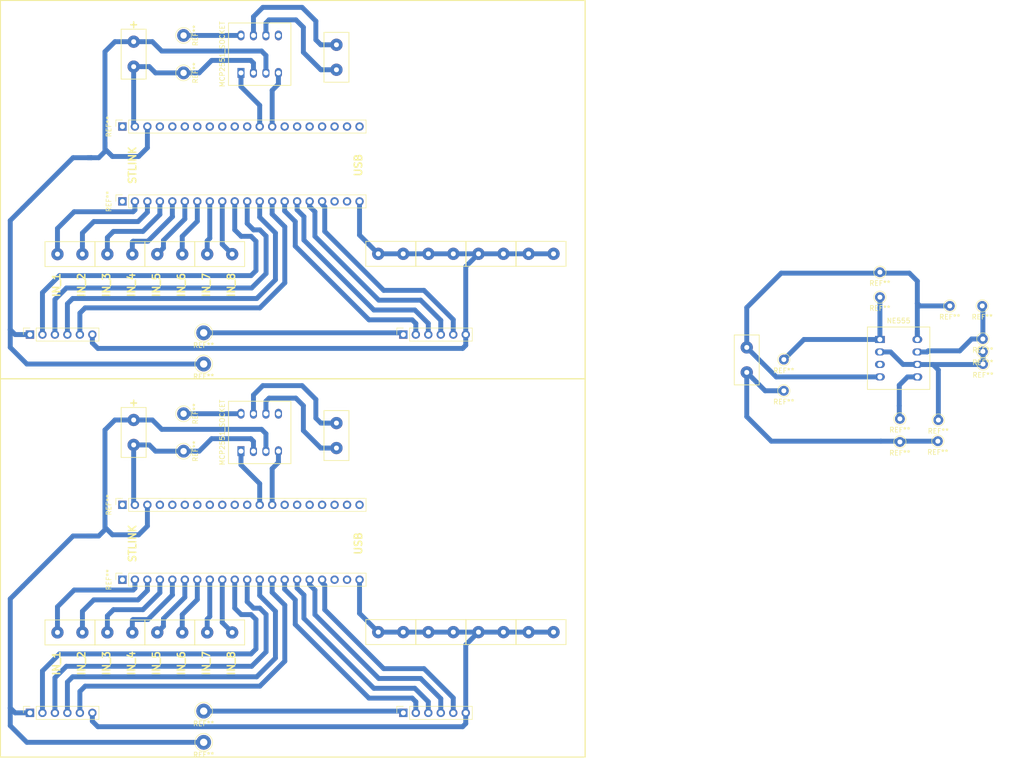
<source format=kicad_pcb>
(kicad_pcb (version 20171130) (host pcbnew "(5.0.2)-1")

  (general
    (thickness 1.6)
    (drawings 32)
    (tracks 391)
    (zones 0)
    (modules 53)
    (nets 1)
  )

  (page A4)
  (layers
    (0 F.Cu signal)
    (31 B.Cu signal)
    (32 B.Adhes user)
    (33 F.Adhes user)
    (34 B.Paste user)
    (35 F.Paste user)
    (36 B.SilkS user)
    (37 F.SilkS user)
    (38 B.Mask user)
    (39 F.Mask user)
    (40 Dwgs.User user)
    (41 Cmts.User user)
    (42 Eco1.User user)
    (43 Eco2.User user)
    (44 Edge.Cuts user)
    (45 Margin user)
    (46 B.CrtYd user)
    (47 F.CrtYd user)
    (48 B.Fab user)
    (49 F.Fab user)
  )

  (setup
    (last_trace_width 1)
    (user_trace_width 0.5)
    (user_trace_width 1)
    (user_trace_width 1.2)
    (user_trace_width 1.5)
    (user_trace_width 2)
    (user_trace_width 2.5)
    (trace_clearance 0.5)
    (zone_clearance 0.508)
    (zone_45_only no)
    (trace_min 0.5)
    (segment_width 0.2)
    (edge_width 0.15)
    (via_size 0.8)
    (via_drill 0.4)
    (via_min_size 0.8)
    (via_min_drill 0.4)
    (uvia_size 0.3)
    (uvia_drill 0.1)
    (uvias_allowed no)
    (uvia_min_size 0.2)
    (uvia_min_drill 0.1)
    (pcb_text_width 0.3)
    (pcb_text_size 1.5 1.5)
    (mod_edge_width 0.15)
    (mod_text_size 1 1)
    (mod_text_width 0.15)
    (pad_size 1.7 1.7)
    (pad_drill 1)
    (pad_to_mask_clearance 0.051)
    (solder_mask_min_width 0.25)
    (aux_axis_origin 0 0)
    (visible_elements 7FFFFFFF)
    (pcbplotparams
      (layerselection 0x010fc_ffffffff)
      (usegerberextensions false)
      (usegerberattributes false)
      (usegerberadvancedattributes false)
      (creategerberjobfile false)
      (excludeedgelayer true)
      (linewidth 0.100000)
      (plotframeref false)
      (viasonmask false)
      (mode 1)
      (useauxorigin false)
      (hpglpennumber 1)
      (hpglpenspeed 20)
      (hpglpendiameter 15.000000)
      (psnegative false)
      (psa4output false)
      (plotreference true)
      (plotvalue true)
      (plotinvisibletext false)
      (padsonsilk false)
      (subtractmaskfromsilk false)
      (outputformat 1)
      (mirror false)
      (drillshape 1)
      (scaleselection 1)
      (outputdirectory ""))
  )

  (net 0 "")

  (net_class Default "This is the default net class."
    (clearance 0.5)
    (trace_width 0.8)
    (via_dia 0.8)
    (via_drill 0.4)
    (uvia_dia 0.3)
    (uvia_drill 0.1)
    (diff_pair_gap 0.25)
    (diff_pair_width 0.8)
  )

  (module TerminalBlock_Dinkle:KLEMENS (layer F.Cu) (tedit 63626819) (tstamp 638297D7)
    (at 109.295 140.565)
    (descr "Wire solder connection")
    (tags connector)
    (attr virtual)
    (fp_text reference "" (at 0 -3.81) (layer F.SilkS) hide
      (effects (font (size 1 1) (thickness 0.15)))
    )
    (fp_text value "" (at 0 3.175) (layer F.Fab) hide
      (effects (font (size 1 1) (thickness 0.15)))
    )
    (fp_text user %R (at 0 0) (layer F.Fab)
      (effects (font (size 1 1) (thickness 0.15)))
    )
    (fp_line (start -2.54 2.54) (end -2.54 -2.54) (layer F.SilkS) (width 0.15))
    (fp_line (start -2.54 -2.54) (end 7.62 -2.54) (layer F.SilkS) (width 0.15))
    (fp_line (start 7.62 -2.54) (end 7.62 2.54) (layer F.SilkS) (width 0.15))
    (fp_line (start 7.62 2.54) (end -2.54 2.54) (layer F.SilkS) (width 0.15))
    (pad 1 thru_hole circle (at 0 0) (size 2.49936 2.49936) (drill 1.00076) (layers *.Cu *.Mask))
    (pad 1 thru_hole circle (at 5.08 0) (size 2.49936 2.49936) (drill 1.00076) (layers *.Cu *.Mask))
    (model "C:/Users/Abdülhakim Çalgın/Desktop/TerminalBlock_Phoenix.3dshapes/TerminalBlock_Phoenix_MKDS-3-2-5.08_1x02_P5.08mm_Horizontal.wrl"
      (at (xyz 0 0 0))
      (scale (xyz 1 1 1))
      (rotate (xyz 0 0 0))
    )
  )

  (module TerminalBlock_Dinkle:KLEMENS (layer F.Cu) (tedit 63626819) (tstamp 638297CD)
    (at 99.095 140.565)
    (descr "Wire solder connection")
    (tags connector)
    (attr virtual)
    (fp_text reference "" (at 0 -3.81) (layer F.SilkS) hide
      (effects (font (size 1 1) (thickness 0.15)))
    )
    (fp_text value "" (at 0 3.175) (layer F.Fab) hide
      (effects (font (size 1 1) (thickness 0.15)))
    )
    (fp_text user %R (at 0 0) (layer F.Fab)
      (effects (font (size 1 1) (thickness 0.15)))
    )
    (fp_line (start -2.54 2.54) (end -2.54 -2.54) (layer F.SilkS) (width 0.15))
    (fp_line (start -2.54 -2.54) (end 7.62 -2.54) (layer F.SilkS) (width 0.15))
    (fp_line (start 7.62 -2.54) (end 7.62 2.54) (layer F.SilkS) (width 0.15))
    (fp_line (start 7.62 2.54) (end -2.54 2.54) (layer F.SilkS) (width 0.15))
    (pad 1 thru_hole circle (at 0 0) (size 2.49936 2.49936) (drill 1.00076) (layers *.Cu *.Mask))
    (pad 1 thru_hole circle (at 5.08 0) (size 2.49936 2.49936) (drill 1.00076) (layers *.Cu *.Mask))
    (model "C:/Users/Abdülhakim Çalgın/Desktop/TerminalBlock_Phoenix.3dshapes/TerminalBlock_Phoenix_MKDS-3-2-5.08_1x02_P5.08mm_Horizontal.wrl"
      (at (xyz 0 0 0))
      (scale (xyz 1 1 1))
      (rotate (xyz 0 0 0))
    )
  )

  (module Connector_Pin:Pin_D1.3mm_L11.0mm_LooseFit (layer F.Cu) (tedit 638157E2) (tstamp 638297C4)
    (at 53.36 156.645)
    (descr "solder Pin_ diameter 1.3mm, hole diameter 1.5mm (loose fit), length 11.0mm")
    (tags "solder Pin_ loose fit")
    (fp_text reference REF** (at 0 2.55) (layer F.SilkS)
      (effects (font (size 1 1) (thickness 0.15)))
    )
    (fp_text value "" (at 0 -2.05) (layer F.Fab)
      (effects (font (size 1 1) (thickness 0.15)))
    )
    (fp_text user %R (at 0 2.55) (layer F.Fab)
      (effects (font (size 1 1) (thickness 0.15)))
    )
    (fp_circle (center 0 0) (end 2 0) (layer F.CrtYd) (width 0.05))
    (fp_circle (center 0 0) (end 0.65 -0.05) (layer F.Fab) (width 0.12))
    (fp_circle (center 0 0) (end 1.25 -0.05) (layer F.Fab) (width 0.12))
    (fp_circle (center 0 0) (end 1.8 0.05) (layer F.SilkS) (width 0.12))
    (pad 1 thru_hole circle (at 0 0) (size 3 3) (drill 1.5) (layers *.Cu *.Mask))
    (model ${KISYS3DMOD}/Connector_Pin.3dshapes/Pin_D1.3mm_L11.0mm_LooseFit.wrl
      (at (xyz 0 0 0))
      (scale (xyz 1 1 1))
      (rotate (xyz 0 0 0))
    )
  )

  (module Connector_Pin:Pin_D1.3mm_L11.0mm_LooseFit (layer F.Cu) (tedit 638157C1) (tstamp 638297BB)
    (at 53.36 162.995)
    (descr "solder Pin_ diameter 1.3mm, hole diameter 1.5mm (loose fit), length 11.0mm")
    (tags "solder Pin_ loose fit")
    (fp_text reference REF** (at 0 2.55) (layer F.SilkS)
      (effects (font (size 1 1) (thickness 0.15)))
    )
    (fp_text value "" (at 0 -2.05) (layer F.Fab)
      (effects (font (size 1 1) (thickness 0.15)))
    )
    (fp_text user %R (at 0 2.55) (layer F.Fab)
      (effects (font (size 1 1) (thickness 0.15)))
    )
    (fp_circle (center 0 0) (end 2 0) (layer F.CrtYd) (width 0.05))
    (fp_circle (center 0 0) (end 0.65 -0.05) (layer F.Fab) (width 0.12))
    (fp_circle (center 0 0) (end 1.25 -0.05) (layer F.Fab) (width 0.12))
    (fp_circle (center 0 0) (end 1.8 0.05) (layer F.SilkS) (width 0.12))
    (pad 1 thru_hole circle (at 0 0) (size 3 3) (drill 1.5) (layers *.Cu *.Mask))
    (model ${KISYS3DMOD}/Connector_Pin.3dshapes/Pin_D1.3mm_L11.0mm_LooseFit.wrl
      (at (xyz 0 0 0))
      (scale (xyz 1 1 1))
      (rotate (xyz 0 0 0))
    )
  )

  (module TerminalBlock_Dinkle:KLEMENS (layer F.Cu) (tedit 63626819) (tstamp 638297B1)
    (at 119.495 140.565)
    (descr "Wire solder connection")
    (tags connector)
    (attr virtual)
    (fp_text reference "" (at 0 -3.81) (layer F.SilkS) hide
      (effects (font (size 1 1) (thickness 0.15)))
    )
    (fp_text value "" (at 0 3.175) (layer F.Fab) hide
      (effects (font (size 1 1) (thickness 0.15)))
    )
    (fp_text user %R (at 0 0) (layer F.Fab)
      (effects (font (size 1 1) (thickness 0.15)))
    )
    (fp_line (start -2.54 2.54) (end -2.54 -2.54) (layer F.SilkS) (width 0.15))
    (fp_line (start -2.54 -2.54) (end 7.62 -2.54) (layer F.SilkS) (width 0.15))
    (fp_line (start 7.62 -2.54) (end 7.62 2.54) (layer F.SilkS) (width 0.15))
    (fp_line (start 7.62 2.54) (end -2.54 2.54) (layer F.SilkS) (width 0.15))
    (pad 1 thru_hole circle (at 0 0) (size 2.49936 2.49936) (drill 1.00076) (layers *.Cu *.Mask))
    (pad 1 thru_hole circle (at 5.08 0) (size 2.49936 2.49936) (drill 1.00076) (layers *.Cu *.Mask))
    (model "C:/Users/Abdülhakim Çalgın/Desktop/TerminalBlock_Phoenix.3dshapes/TerminalBlock_Phoenix_MKDS-3-2-5.08_1x02_P5.08mm_Horizontal.wrl"
      (at (xyz 0 0 0))
      (scale (xyz 1 1 1))
      (rotate (xyz 0 0 0))
    )
  )

  (module TerminalBlock_Dinkle:KLEMENS (layer F.Cu) (tedit 63626819) (tstamp 63829733)
    (at 38.837706 140.628045 180)
    (descr "Wire solder connection")
    (tags connector)
    (attr virtual)
    (fp_text reference "" (at 0 -3.81 180) (layer F.SilkS) hide
      (effects (font (size 1 1) (thickness 0.15)))
    )
    (fp_text value "" (at 0 3.175 180) (layer F.Fab) hide
      (effects (font (size 1 1) (thickness 0.15)))
    )
    (fp_line (start 7.62 2.54) (end -2.54 2.54) (layer F.SilkS) (width 0.15))
    (fp_line (start 7.62 -2.54) (end 7.62 2.54) (layer F.SilkS) (width 0.15))
    (fp_line (start -2.54 -2.54) (end 7.62 -2.54) (layer F.SilkS) (width 0.15))
    (fp_line (start -2.54 2.54) (end -2.54 -2.54) (layer F.SilkS) (width 0.15))
    (fp_text user %R (at 0 0 180) (layer F.Fab)
      (effects (font (size 1 1) (thickness 0.15)))
    )
    (pad 1 thru_hole circle (at 5.08 0 180) (size 2.49936 2.49936) (drill 1.00076) (layers *.Cu *.Mask))
    (pad 1 thru_hole circle (at 0 0 180) (size 2.49936 2.49936) (drill 1.00076) (layers *.Cu *.Mask))
    (model "C:/Users/Abdülhakim Çalgın/Desktop/TerminalBlock_Phoenix.3dshapes/TerminalBlock_Phoenix_MKDS-3-2-5.08_1x02_P5.08mm_Horizontal.wrl"
      (at (xyz 0 0 0))
      (scale (xyz 1 1 1))
      (rotate (xyz 0 0 0))
    )
  )

  (module TerminalBlock_Dinkle:KLEMENS (layer F.Cu) (tedit 63626819) (tstamp 63829729)
    (at 28.677706 140.628045 180)
    (descr "Wire solder connection")
    (tags connector)
    (attr virtual)
    (fp_text reference "" (at 0 -3.81 180) (layer F.SilkS) hide
      (effects (font (size 1 1) (thickness 0.15)))
    )
    (fp_text value "" (at 0 3.175 180) (layer F.Fab) hide
      (effects (font (size 1 1) (thickness 0.15)))
    )
    (fp_line (start 7.62 2.54) (end -2.54 2.54) (layer F.SilkS) (width 0.15))
    (fp_line (start 7.62 -2.54) (end 7.62 2.54) (layer F.SilkS) (width 0.15))
    (fp_line (start -2.54 -2.54) (end 7.62 -2.54) (layer F.SilkS) (width 0.15))
    (fp_line (start -2.54 2.54) (end -2.54 -2.54) (layer F.SilkS) (width 0.15))
    (fp_text user %R (at 0 0 180) (layer F.Fab)
      (effects (font (size 1 1) (thickness 0.15)))
    )
    (pad 1 thru_hole circle (at 5.08 0 180) (size 2.49936 2.49936) (drill 1.00076) (layers *.Cu *.Mask))
    (pad 1 thru_hole circle (at 0 0 180) (size 2.49936 2.49936) (drill 1.00076) (layers *.Cu *.Mask))
    (model "C:/Users/Abdülhakim Çalgın/Desktop/TerminalBlock_Phoenix.3dshapes/TerminalBlock_Phoenix_MKDS-3-2-5.08_1x02_P5.08mm_Horizontal.wrl"
      (at (xyz 0 0 0))
      (scale (xyz 1 1 1))
      (rotate (xyz 0 0 0))
    )
  )

  (module TerminalBlock_Dinkle:KLEMENS (layer F.Cu) (tedit 63626819) (tstamp 6382971F)
    (at 88.895 140.565)
    (descr "Wire solder connection")
    (tags connector)
    (attr virtual)
    (fp_text reference "" (at 0 -3.81) (layer F.SilkS) hide
      (effects (font (size 1 1) (thickness 0.15)))
    )
    (fp_text value "" (at 0 3.175) (layer F.Fab) hide
      (effects (font (size 1 1) (thickness 0.15)))
    )
    (fp_text user %R (at 0 0) (layer F.Fab)
      (effects (font (size 1 1) (thickness 0.15)))
    )
    (fp_line (start -2.54 2.54) (end -2.54 -2.54) (layer F.SilkS) (width 0.15))
    (fp_line (start -2.54 -2.54) (end 7.62 -2.54) (layer F.SilkS) (width 0.15))
    (fp_line (start 7.62 -2.54) (end 7.62 2.54) (layer F.SilkS) (width 0.15))
    (fp_line (start 7.62 2.54) (end -2.54 2.54) (layer F.SilkS) (width 0.15))
    (pad 1 thru_hole circle (at 0 0) (size 2.49936 2.49936) (drill 1.00076) (layers *.Cu *.Mask))
    (pad 1 thru_hole circle (at 5.08 0) (size 2.49936 2.49936) (drill 1.00076) (layers *.Cu *.Mask))
    (model "C:/Users/Abdülhakim Çalgın/Desktop/TerminalBlock_Phoenix.3dshapes/TerminalBlock_Phoenix_MKDS-3-2-5.08_1x02_P5.08mm_Horizontal.wrl"
      (at (xyz 0 0 0))
      (scale (xyz 1 1 1))
      (rotate (xyz 0 0 0))
    )
  )

  (module Connector_PinSocket_2.54mm:PinSocket_1x06_P2.54mm_Vertical (layer F.Cu) (tedit 63810B54) (tstamp 63829706)
    (at 18 157 90)
    (descr "Through hole straight socket strip, 1x06, 2.54mm pitch, single row (from Kicad 4.0.7), script generated")
    (tags "Through hole socket strip THT 1x06 2.54mm single row")
    (fp_text reference "" (at 0 -2.77 90) (layer F.SilkS)
      (effects (font (size 1 1) (thickness 0.15)))
    )
    (fp_text value "" (at 0 15.47 90) (layer F.Fab)
      (effects (font (size 1 1) (thickness 0.15)))
    )
    (fp_line (start -1.27 -1.27) (end 0.635 -1.27) (layer F.Fab) (width 0.1))
    (fp_line (start 0.635 -1.27) (end 1.27 -0.635) (layer F.Fab) (width 0.1))
    (fp_line (start 1.27 -0.635) (end 1.27 13.97) (layer F.Fab) (width 0.1))
    (fp_line (start 1.27 13.97) (end -1.27 13.97) (layer F.Fab) (width 0.1))
    (fp_line (start -1.27 13.97) (end -1.27 -1.27) (layer F.Fab) (width 0.1))
    (fp_line (start -1.33 1.27) (end 1.33 1.27) (layer F.SilkS) (width 0.12))
    (fp_line (start -1.33 1.27) (end -1.33 14.03) (layer F.SilkS) (width 0.12))
    (fp_line (start -1.33 14.03) (end 1.33 14.03) (layer F.SilkS) (width 0.12))
    (fp_line (start 1.33 1.27) (end 1.33 14.03) (layer F.SilkS) (width 0.12))
    (fp_line (start 1.33 -1.33) (end 1.33 0) (layer F.SilkS) (width 0.12))
    (fp_line (start 0 -1.33) (end 1.33 -1.33) (layer F.SilkS) (width 0.12))
    (fp_line (start -1.8 -1.8) (end 1.75 -1.8) (layer F.CrtYd) (width 0.05))
    (fp_line (start 1.75 -1.8) (end 1.75 14.45) (layer F.CrtYd) (width 0.05))
    (fp_line (start 1.75 14.45) (end -1.8 14.45) (layer F.CrtYd) (width 0.05))
    (fp_line (start -1.8 14.45) (end -1.8 -1.8) (layer F.CrtYd) (width 0.05))
    (fp_text user %R (at 0 6.35 180) (layer F.Fab)
      (effects (font (size 1 1) (thickness 0.15)))
    )
    (pad 1 thru_hole rect (at 0 0 90) (size 1.7 1.7) (drill 1) (layers *.Cu *.Mask))
    (pad 2 thru_hole oval (at 0 2.54 90) (size 1.7 1.7) (drill 1) (layers *.Cu *.Mask))
    (pad 3 thru_hole oval (at 0 5.08 90) (size 1.7 1.7) (drill 1) (layers *.Cu *.Mask))
    (pad 4 thru_hole oval (at 0 7.62 90) (size 1.7 1.7) (drill 1) (layers *.Cu *.Mask))
    (pad 5 thru_hole oval (at 0 10.16 90) (size 1.7 1.7) (drill 1) (layers *.Cu *.Mask))
    (pad 6 thru_hole oval (at 0 12.7 90) (size 1.7 1.7) (drill 1) (layers *.Cu *.Mask))
    (model ${KISYS3DMOD}/Connector_PinSocket_2.54mm.3dshapes/PinSocket_1x06_P2.54mm_Vertical.wrl
      (at (xyz 0 0 0))
      (scale (xyz 1 1 1))
      (rotate (xyz 0 0 0))
    )
  )

  (module TerminalBlock_Dinkle:KLEMENS (layer F.Cu) (tedit 63626819) (tstamp 638296FC)
    (at 80.382206 98.019545 270)
    (descr "Wire solder connection")
    (tags connector)
    (attr virtual)
    (fp_text reference "" (at 0 -3.81 270) (layer F.SilkS) hide
      (effects (font (size 1 1) (thickness 0.15)))
    )
    (fp_text value "" (at 0 3.175 270) (layer F.Fab) hide
      (effects (font (size 1 1) (thickness 0.15)))
    )
    (fp_text user %R (at 0 0 270) (layer F.Fab)
      (effects (font (size 1 1) (thickness 0.15)))
    )
    (fp_line (start -2.54 2.54) (end -2.54 -2.54) (layer F.SilkS) (width 0.15))
    (fp_line (start -2.54 -2.54) (end 7.62 -2.54) (layer F.SilkS) (width 0.15))
    (fp_line (start 7.62 -2.54) (end 7.62 2.54) (layer F.SilkS) (width 0.15))
    (fp_line (start 7.62 2.54) (end -2.54 2.54) (layer F.SilkS) (width 0.15))
    (pad 1 thru_hole circle (at 0 0 270) (size 2.49936 2.49936) (drill 1.00076) (layers *.Cu *.Mask))
    (pad 1 thru_hole circle (at 5.08 0 270) (size 2.49936 2.49936) (drill 1.00076) (layers *.Cu *.Mask))
    (model "C:/Users/Abdülhakim Çalgın/Desktop/TerminalBlock_Phoenix.3dshapes/TerminalBlock_Phoenix_MKDS-3-2-5.08_1x02_P5.08mm_Horizontal.wrl"
      (at (xyz 0 0 0))
      (scale (xyz 1 1 1))
      (rotate (xyz 0 0 0))
    )
  )

  (module TerminalBlock_Dinkle:KLEMENS (layer F.Cu) (tedit 63626819) (tstamp 638296F2)
    (at 48.997706 140.628045 180)
    (descr "Wire solder connection")
    (tags connector)
    (attr virtual)
    (fp_text reference "" (at 0 -3.81 180) (layer F.SilkS) hide
      (effects (font (size 1 1) (thickness 0.15)))
    )
    (fp_text value "" (at 0 3.175 180) (layer F.Fab) hide
      (effects (font (size 1 1) (thickness 0.15)))
    )
    (fp_line (start 7.62 2.54) (end -2.54 2.54) (layer F.SilkS) (width 0.15))
    (fp_line (start 7.62 -2.54) (end 7.62 2.54) (layer F.SilkS) (width 0.15))
    (fp_line (start -2.54 -2.54) (end 7.62 -2.54) (layer F.SilkS) (width 0.15))
    (fp_line (start -2.54 2.54) (end -2.54 -2.54) (layer F.SilkS) (width 0.15))
    (fp_text user %R (at 0 0 180) (layer F.Fab)
      (effects (font (size 1 1) (thickness 0.15)))
    )
    (pad 1 thru_hole circle (at 5.08 0 180) (size 2.49936 2.49936) (drill 1.00076) (layers *.Cu *.Mask))
    (pad 1 thru_hole circle (at 0 0 180) (size 2.49936 2.49936) (drill 1.00076) (layers *.Cu *.Mask))
    (model "C:/Users/Abdülhakim Çalgın/Desktop/TerminalBlock_Phoenix.3dshapes/TerminalBlock_Phoenix_MKDS-3-2-5.08_1x02_P5.08mm_Horizontal.wrl"
      (at (xyz 0 0 0))
      (scale (xyz 1 1 1))
      (rotate (xyz 0 0 0))
    )
  )

  (module Connector_PinSocket_2.54mm:PinSocket_1x20_P2.54mm_Vertical (layer F.Cu) (tedit 6362F5F9) (tstamp 638296CB)
    (at 36.821206 129.896545 90)
    (descr "Through hole straight socket strip, 1x20, 2.54mm pitch, single row (from Kicad 4.0.7), script generated")
    (tags "Through hole socket strip THT 1x20 2.54mm single row")
    (fp_text reference REF** (at 0 -2.77 90) (layer F.SilkS)
      (effects (font (size 1 1) (thickness 0.15)))
    )
    (fp_text value "" (at 0 51.03 90) (layer F.Fab) hide
      (effects (font (size 1 1) (thickness 0.15)))
    )
    (fp_text user %R (at 0 24.13 180) (layer F.Fab)
      (effects (font (size 1 1) (thickness 0.15)))
    )
    (fp_line (start -1.8 50) (end -1.8 -1.8) (layer F.CrtYd) (width 0.05))
    (fp_line (start 1.75 50) (end -1.8 50) (layer F.CrtYd) (width 0.05))
    (fp_line (start 1.75 -1.8) (end 1.75 50) (layer F.CrtYd) (width 0.05))
    (fp_line (start -1.8 -1.8) (end 1.75 -1.8) (layer F.CrtYd) (width 0.05))
    (fp_line (start 0 -1.33) (end 1.33 -1.33) (layer F.SilkS) (width 0.12))
    (fp_line (start 1.33 -1.33) (end 1.33 0) (layer F.SilkS) (width 0.12))
    (fp_line (start 1.33 1.27) (end 1.33 49.59) (layer F.SilkS) (width 0.12))
    (fp_line (start -1.33 49.59) (end 1.33 49.59) (layer F.SilkS) (width 0.12))
    (fp_line (start -1.33 1.27) (end -1.33 49.59) (layer F.SilkS) (width 0.12))
    (fp_line (start -1.33 1.27) (end 1.33 1.27) (layer F.SilkS) (width 0.12))
    (fp_line (start -1.27 49.53) (end -1.27 -1.27) (layer F.Fab) (width 0.1))
    (fp_line (start 1.27 49.53) (end -1.27 49.53) (layer F.Fab) (width 0.1))
    (fp_line (start 1.27 -0.635) (end 1.27 49.53) (layer F.Fab) (width 0.1))
    (fp_line (start 0.635 -1.27) (end 1.27 -0.635) (layer F.Fab) (width 0.1))
    (fp_line (start -1.27 -1.27) (end 0.635 -1.27) (layer F.Fab) (width 0.1))
    (pad 20 thru_hole oval (at 0 48.26 90) (size 1.7 1.7) (drill 1) (layers *.Cu *.Mask))
    (pad 19 thru_hole oval (at 0 45.72 90) (size 1.7 1.7) (drill 1) (layers *.Cu *.Mask))
    (pad 18 thru_hole oval (at 0 43.18 90) (size 1.7 1.7) (drill 1) (layers *.Cu *.Mask))
    (pad 17 thru_hole oval (at 0 40.64 90) (size 1.7 1.7) (drill 1) (layers *.Cu *.Mask))
    (pad 16 thru_hole oval (at 0 38.1 90) (size 1.7 1.7) (drill 1) (layers *.Cu *.Mask))
    (pad 15 thru_hole oval (at 0 35.56 90) (size 1.7 1.7) (drill 1) (layers *.Cu *.Mask))
    (pad 14 thru_hole oval (at 0 33.02 90) (size 1.7 1.7) (drill 1) (layers *.Cu *.Mask))
    (pad 13 thru_hole oval (at 0 30.48 90) (size 1.7 1.7) (drill 1) (layers *.Cu *.Mask))
    (pad 12 thru_hole oval (at 0 27.94 90) (size 1.7 1.7) (drill 1) (layers *.Cu *.Mask))
    (pad 11 thru_hole oval (at 0 25.4 90) (size 1.7 1.7) (drill 1) (layers *.Cu *.Mask))
    (pad 10 thru_hole oval (at 0 22.86 90) (size 1.7 1.7) (drill 1) (layers *.Cu *.Mask))
    (pad 9 thru_hole oval (at 0 20.32 90) (size 1.7 1.7) (drill 1) (layers *.Cu *.Mask))
    (pad 8 thru_hole oval (at 0 17.78 90) (size 1.7 1.7) (drill 1) (layers *.Cu *.Mask))
    (pad 7 thru_hole oval (at 0 15.24 90) (size 1.7 1.7) (drill 1) (layers *.Cu *.Mask))
    (pad 6 thru_hole oval (at 0 12.7 90) (size 1.7 1.7) (drill 1) (layers *.Cu *.Mask))
    (pad 5 thru_hole oval (at 0 10.16 90) (size 1.7 1.7) (drill 1) (layers *.Cu *.Mask))
    (pad 4 thru_hole oval (at 0 7.62 90) (size 1.7 1.7) (drill 1) (layers *.Cu *.Mask))
    (pad 3 thru_hole oval (at 0 5.08 90) (size 1.7 1.7) (drill 1) (layers *.Cu *.Mask))
    (pad 2 thru_hole oval (at 0 2.54 90) (size 1.7 1.7) (drill 1) (layers *.Cu *.Mask))
    (pad 1 thru_hole rect (at 0 0 90) (size 1.7 1.7) (drill 1) (layers *.Cu *.Mask))
    (model ${KISYS3DMOD}/Connector_PinSocket_2.54mm.3dshapes/PinSocket_1x20_P2.54mm_Vertical.wrl
      (at (xyz 0 0 0))
      (scale (xyz 1 1 1))
      (rotate (xyz 0 0 0))
    )
  )

  (module TerminalBlock_Dinkle:KLEMENS (layer F.Cu) (tedit 63626819) (tstamp 638296C1)
    (at 39.107206 97.384545 270)
    (descr "Wire solder connection")
    (tags connector)
    (attr virtual)
    (fp_text reference "" (at 0 -3.81 270) (layer F.SilkS) hide
      (effects (font (size 1 1) (thickness 0.15)))
    )
    (fp_text value "" (at 0 3.175 270) (layer F.Fab) hide
      (effects (font (size 1 1) (thickness 0.15)))
    )
    (fp_line (start 7.62 2.54) (end -2.54 2.54) (layer F.SilkS) (width 0.15))
    (fp_line (start 7.62 -2.54) (end 7.62 2.54) (layer F.SilkS) (width 0.15))
    (fp_line (start -2.54 -2.54) (end 7.62 -2.54) (layer F.SilkS) (width 0.15))
    (fp_line (start -2.54 2.54) (end -2.54 -2.54) (layer F.SilkS) (width 0.15))
    (fp_text user %R (at 0 0 270) (layer F.Fab)
      (effects (font (size 1 1) (thickness 0.15)))
    )
    (pad 1 thru_hole circle (at 5.08 0 270) (size 2.49936 2.49936) (drill 1.00076) (layers *.Cu *.Mask))
    (pad 1 thru_hole circle (at 0 0 270) (size 2.49936 2.49936) (drill 1.00076) (layers *.Cu *.Mask))
    (model "C:/Users/Abdülhakim Çalgın/Desktop/TerminalBlock_Phoenix.3dshapes/TerminalBlock_Phoenix_MKDS-3-2-5.08_1x02_P5.08mm_Horizontal.wrl"
      (at (xyz 0 0 0))
      (scale (xyz 1 1 1))
      (rotate (xyz 0 0 0))
    )
  )

  (module Socket:2X4_INTEGRATED_SOCKET (layer F.Cu) (tedit 636277F6) (tstamp 638296B0)
    (at 60.951206 103.734545 90)
    (descr "3M 16-pin zero insertion force socket, through-hole, row spacing 7.62 mm (300 mils), http://multimedia.3m.com/mws/media/494546O/3mtm-dip-sockets-100-2-54-mm-ts0365.pdf")
    (tags "THT DIP DIL ZIF 7.62mm 300mil Socket")
    (fp_text reference "" (at 3.81 -11.56 90) (layer F.SilkS) hide
      (effects (font (size 1 1) (thickness 0.15)))
    )
    (fp_text value "" (at 3.81 25.74 90) (layer F.Fab)
      (effects (font (size 0.6 0.6) (thickness 0.09)))
    )
    (fp_text user MCP2551_SOCKET (at 3.81 -3.81 90) (layer F.SilkS)
      (effects (font (size 1 1) (thickness 0.15)))
    )
    (fp_line (start -2.54 10.16) (end -2.54 -2.54) (layer F.SilkS) (width 0.15))
    (fp_line (start 10.16 10.16) (end -2.54 10.16) (layer F.SilkS) (width 0.15))
    (fp_line (start 10.16 -2.54) (end 10.16 10.16) (layer F.SilkS) (width 0.15))
    (fp_line (start -2.54 -2.54) (end 10.16 -2.54) (layer F.SilkS) (width 0.15))
    (fp_text user "" (at 3.81 7.09 90) (layer F.Fab) hide
      (effects (font (size 1 1) (thickness 0.15)))
    )
    (pad 13 thru_hole oval (at 7.62 7.62 90) (size 2 1.44) (drill 1) (layers *.Cu *.Mask))
    (pad 4 thru_hole oval (at 0 7.62 90) (size 2 1.44) (drill 1) (layers *.Cu *.Mask))
    (pad 14 thru_hole oval (at 7.62 5.08 90) (size 2 1.44) (drill 1) (layers *.Cu *.Mask))
    (pad 3 thru_hole oval (at 0 5.08 90) (size 2 1.44) (drill 1) (layers *.Cu *.Mask))
    (pad 15 thru_hole oval (at 7.62 2.54 90) (size 2 1.44) (drill 1) (layers *.Cu *.Mask))
    (pad 2 thru_hole oval (at 0 2.54 90) (size 2 1.44) (drill 1) (layers *.Cu *.Mask))
    (pad 16 thru_hole oval (at 7.62 0 90) (size 2 1.44) (drill 1) (layers *.Cu *.Mask))
    (pad 1 thru_hole rect (at 0 0 90) (size 2 1.44) (drill 1) (layers *.Cu *.Mask))
    (model "C:/Users/Abdülhakim Çalgın/Downloads/ImageToStl.com_dilb8p-223tlf--3dmodel-step-554624.wrl"
      (offset (xyz 3.809999942779541 -3.809999942779541 0))
      (scale (xyz 0.4 0.7 0.39))
      (rotate (xyz -90 0 -90))
    )
  )

  (module Connector_PinSocket_2.54mm:PinSocket_1x06_P2.54mm_Vertical (layer F.Cu) (tedit 63810B5B) (tstamp 63829697)
    (at 94 157 90)
    (descr "Through hole straight socket strip, 1x06, 2.54mm pitch, single row (from Kicad 4.0.7), script generated")
    (tags "Through hole socket strip THT 1x06 2.54mm single row")
    (fp_text reference "" (at 0 -2.77 90) (layer F.SilkS)
      (effects (font (size 1 1) (thickness 0.15)))
    )
    (fp_text value "" (at 0 15.47 90) (layer F.Fab)
      (effects (font (size 1 1) (thickness 0.15)))
    )
    (fp_line (start -1.27 -1.27) (end 0.635 -1.27) (layer F.Fab) (width 0.1))
    (fp_line (start 0.635 -1.27) (end 1.27 -0.635) (layer F.Fab) (width 0.1))
    (fp_line (start 1.27 -0.635) (end 1.27 13.97) (layer F.Fab) (width 0.1))
    (fp_line (start 1.27 13.97) (end -1.27 13.97) (layer F.Fab) (width 0.1))
    (fp_line (start -1.27 13.97) (end -1.27 -1.27) (layer F.Fab) (width 0.1))
    (fp_line (start -1.33 1.27) (end 1.33 1.27) (layer F.SilkS) (width 0.12))
    (fp_line (start -1.33 1.27) (end -1.33 14.03) (layer F.SilkS) (width 0.12))
    (fp_line (start -1.33 14.03) (end 1.33 14.03) (layer F.SilkS) (width 0.12))
    (fp_line (start 1.33 1.27) (end 1.33 14.03) (layer F.SilkS) (width 0.12))
    (fp_line (start 1.33 -1.33) (end 1.33 0) (layer F.SilkS) (width 0.12))
    (fp_line (start 0 -1.33) (end 1.33 -1.33) (layer F.SilkS) (width 0.12))
    (fp_line (start -1.8 -1.8) (end 1.75 -1.8) (layer F.CrtYd) (width 0.05))
    (fp_line (start 1.75 -1.8) (end 1.75 14.45) (layer F.CrtYd) (width 0.05))
    (fp_line (start 1.75 14.45) (end -1.8 14.45) (layer F.CrtYd) (width 0.05))
    (fp_line (start -1.8 14.45) (end -1.8 -1.8) (layer F.CrtYd) (width 0.05))
    (fp_text user %R (at 0 6.35 180) (layer F.Fab)
      (effects (font (size 1 1) (thickness 0.15)))
    )
    (pad 1 thru_hole rect (at 0 0 90) (size 1.7 1.7) (drill 1) (layers *.Cu *.Mask))
    (pad 2 thru_hole oval (at 0 2.54 90) (size 1.7 1.7) (drill 1) (layers *.Cu *.Mask))
    (pad 3 thru_hole oval (at 0 5.08 90) (size 1.7 1.7) (drill 1) (layers *.Cu *.Mask))
    (pad 4 thru_hole oval (at 0 7.62 90) (size 1.7 1.7) (drill 1) (layers *.Cu *.Mask))
    (pad 5 thru_hole oval (at 0 10.16 90) (size 1.7 1.7) (drill 1) (layers *.Cu *.Mask))
    (pad 6 thru_hole oval (at 0 12.7 90) (size 1.7 1.7) (drill 1) (layers *.Cu *.Mask))
    (model ${KISYS3DMOD}/Connector_PinSocket_2.54mm.3dshapes/PinSocket_1x06_P2.54mm_Vertical.wrl
      (at (xyz 0 0 0))
      (scale (xyz 1 1 1))
      (rotate (xyz 0 0 0))
    )
  )

  (module TerminalBlock_Dinkle:KLEMENS (layer F.Cu) (tedit 63626819) (tstamp 6382968D)
    (at 59.157706 140.628045 180)
    (descr "Wire solder connection")
    (tags connector)
    (attr virtual)
    (fp_text reference "" (at 0 -3.81 180) (layer F.SilkS) hide
      (effects (font (size 1 1) (thickness 0.15)))
    )
    (fp_text value "" (at 0 3.175 180) (layer F.Fab) hide
      (effects (font (size 1 1) (thickness 0.15)))
    )
    (fp_text user %R (at 0 0 180) (layer F.Fab)
      (effects (font (size 1 1) (thickness 0.15)))
    )
    (fp_line (start -2.54 2.54) (end -2.54 -2.54) (layer F.SilkS) (width 0.15))
    (fp_line (start -2.54 -2.54) (end 7.62 -2.54) (layer F.SilkS) (width 0.15))
    (fp_line (start 7.62 -2.54) (end 7.62 2.54) (layer F.SilkS) (width 0.15))
    (fp_line (start 7.62 2.54) (end -2.54 2.54) (layer F.SilkS) (width 0.15))
    (pad 1 thru_hole circle (at 0 0 180) (size 2.49936 2.49936) (drill 1.00076) (layers *.Cu *.Mask))
    (pad 1 thru_hole circle (at 5.08 0 180) (size 2.49936 2.49936) (drill 1.00076) (layers *.Cu *.Mask))
    (model "C:/Users/Abdülhakim Çalgın/Desktop/TerminalBlock_Phoenix.3dshapes/TerminalBlock_Phoenix_MKDS-3-2-5.08_1x02_P5.08mm_Horizontal.wrl"
      (at (xyz 0 0 0))
      (scale (xyz 1 1 1))
      (rotate (xyz 0 0 0))
    )
  )

  (module Connector_Pin:Pin_D1.3mm_L11.0mm (layer F.Cu) (tedit 63666B28) (tstamp 63829684)
    (at 49.267206 103.734545 90)
    (descr "solder Pin_ diameter 1.3mm, hole diameter 1.3mm, length 11.0mm")
    (tags "solder Pin_ pressfit")
    (fp_text reference REF** (at 0 2.4 90) (layer F.SilkS)
      (effects (font (size 1 1) (thickness 0.15)))
    )
    (fp_text value "" (at 0 -2.05 90) (layer F.Fab)
      (effects (font (size 1 1) (thickness 0.15)))
    )
    (fp_text user %R (at 0 2.4 90) (layer F.Fab)
      (effects (font (size 1 1) (thickness 0.15)))
    )
    (fp_circle (center 0 0) (end 1.8 0) (layer F.CrtYd) (width 0.05))
    (fp_circle (center 0 0) (end 0.65 -0.05) (layer F.Fab) (width 0.12))
    (fp_circle (center 0 0) (end 1.25 -0.05) (layer F.Fab) (width 0.12))
    (fp_circle (center 0 0) (end 1.6 0.05) (layer F.SilkS) (width 0.12))
    (pad 1 thru_hole circle (at 0 0 90) (size 2.6 2.6) (drill 1.3) (layers *.Cu *.Mask))
    (model ${KISYS3DMOD}/Connector_Pin.3dshapes/Pin_D1.3mm_L11.0mm.wrl
      (at (xyz 0 0 0))
      (scale (xyz 1 1 1))
      (rotate (xyz 0 0 0))
    )
  )

  (module Connector_PinSocket_2.54mm:PinSocket_1x20_P2.54mm_Vertical (layer F.Cu) (tedit 6362F5FF) (tstamp 6382965D)
    (at 36.821206 114.656545 90)
    (descr "Through hole straight socket strip, 1x20, 2.54mm pitch, single row (from Kicad 4.0.7), script generated")
    (tags "Through hole socket strip THT 1x20 2.54mm single row")
    (fp_text reference REF** (at 0 -2.77 90) (layer F.SilkS)
      (effects (font (size 1 1) (thickness 0.15)))
    )
    (fp_text value "" (at 0 51.03 90) (layer F.Fab) hide
      (effects (font (size 1 1) (thickness 0.15)))
    )
    (fp_text user %R (at 0 24.13 180) (layer F.Fab)
      (effects (font (size 1 1) (thickness 0.15)))
    )
    (fp_line (start -1.8 50) (end -1.8 -1.8) (layer F.CrtYd) (width 0.05))
    (fp_line (start 1.75 50) (end -1.8 50) (layer F.CrtYd) (width 0.05))
    (fp_line (start 1.75 -1.8) (end 1.75 50) (layer F.CrtYd) (width 0.05))
    (fp_line (start -1.8 -1.8) (end 1.75 -1.8) (layer F.CrtYd) (width 0.05))
    (fp_line (start 0 -1.33) (end 1.33 -1.33) (layer F.SilkS) (width 0.12))
    (fp_line (start 1.33 -1.33) (end 1.33 0) (layer F.SilkS) (width 0.12))
    (fp_line (start 1.33 1.27) (end 1.33 49.59) (layer F.SilkS) (width 0.12))
    (fp_line (start -1.33 49.59) (end 1.33 49.59) (layer F.SilkS) (width 0.12))
    (fp_line (start -1.33 1.27) (end -1.33 49.59) (layer F.SilkS) (width 0.12))
    (fp_line (start -1.33 1.27) (end 1.33 1.27) (layer F.SilkS) (width 0.12))
    (fp_line (start -1.27 49.53) (end -1.27 -1.27) (layer F.Fab) (width 0.1))
    (fp_line (start 1.27 49.53) (end -1.27 49.53) (layer F.Fab) (width 0.1))
    (fp_line (start 1.27 -0.635) (end 1.27 49.53) (layer F.Fab) (width 0.1))
    (fp_line (start 0.635 -1.27) (end 1.27 -0.635) (layer F.Fab) (width 0.1))
    (fp_line (start -1.27 -1.27) (end 0.635 -1.27) (layer F.Fab) (width 0.1))
    (pad 20 thru_hole oval (at 0 48.26 90) (size 1.7 1.7) (drill 1) (layers *.Cu *.Mask))
    (pad 19 thru_hole oval (at 0 45.72 90) (size 1.7 1.7) (drill 1) (layers *.Cu *.Mask))
    (pad 18 thru_hole oval (at 0 43.18 90) (size 1.7 1.7) (drill 1) (layers *.Cu *.Mask))
    (pad 17 thru_hole oval (at 0 40.64 90) (size 1.7 1.7) (drill 1) (layers *.Cu *.Mask))
    (pad 16 thru_hole oval (at 0 38.1 90) (size 1.7 1.7) (drill 1) (layers *.Cu *.Mask))
    (pad 15 thru_hole oval (at 0 35.56 90) (size 1.7 1.7) (drill 1) (layers *.Cu *.Mask))
    (pad 14 thru_hole oval (at 0 33.02 90) (size 1.7 1.7) (drill 1) (layers *.Cu *.Mask))
    (pad 13 thru_hole oval (at 0 30.48 90) (size 1.7 1.7) (drill 1) (layers *.Cu *.Mask))
    (pad 12 thru_hole oval (at 0 27.94 90) (size 1.7 1.7) (drill 1) (layers *.Cu *.Mask))
    (pad 11 thru_hole oval (at 0 25.4 90) (size 1.7 1.7) (drill 1) (layers *.Cu *.Mask))
    (pad 10 thru_hole oval (at 0 22.86 90) (size 1.7 1.7) (drill 1) (layers *.Cu *.Mask))
    (pad 9 thru_hole oval (at 0 20.32 90) (size 1.7 1.7) (drill 1) (layers *.Cu *.Mask))
    (pad 8 thru_hole oval (at 0 17.78 90) (size 1.7 1.7) (drill 1) (layers *.Cu *.Mask))
    (pad 7 thru_hole oval (at 0 15.24 90) (size 1.7 1.7) (drill 1) (layers *.Cu *.Mask))
    (pad 6 thru_hole oval (at 0 12.7 90) (size 1.7 1.7) (drill 1) (layers *.Cu *.Mask))
    (pad 5 thru_hole oval (at 0 10.16 90) (size 1.7 1.7) (drill 1) (layers *.Cu *.Mask))
    (pad 4 thru_hole oval (at 0 7.62 90) (size 1.7 1.7) (drill 1) (layers *.Cu *.Mask))
    (pad 3 thru_hole oval (at 0 5.08 90) (size 1.7 1.7) (drill 1) (layers *.Cu *.Mask))
    (pad 2 thru_hole oval (at 0 2.54 90) (size 1.7 1.7) (drill 1) (layers *.Cu *.Mask))
    (pad 1 thru_hole rect (at 0 0 90) (size 1.7 1.7) (drill 1) (layers *.Cu *.Mask))
    (model ${KISYS3DMOD}/Connector_PinSocket_2.54mm.3dshapes/PinSocket_1x20_P2.54mm_Vertical.wrl
      (at (xyz 0 0 0))
      (scale (xyz 1 1 1))
      (rotate (xyz 0 0 0))
    )
  )

  (module Connector_Pin:Pin_D1.3mm_L11.0mm (layer F.Cu) (tedit 63666B24) (tstamp 63829654)
    (at 49.267206 96.114545 90)
    (descr "solder Pin_ diameter 1.3mm, hole diameter 1.3mm, length 11.0mm")
    (tags "solder Pin_ pressfit")
    (fp_text reference REF** (at 0 2.4 90) (layer F.SilkS)
      (effects (font (size 1 1) (thickness 0.15)))
    )
    (fp_text value "" (at 0 -2.05 90) (layer F.Fab)
      (effects (font (size 1 1) (thickness 0.15)))
    )
    (fp_text user %R (at 0 2.4 90) (layer F.Fab)
      (effects (font (size 1 1) (thickness 0.15)))
    )
    (fp_circle (center 0 0) (end 1.8 0) (layer F.CrtYd) (width 0.05))
    (fp_circle (center 0 0) (end 0.65 -0.05) (layer F.Fab) (width 0.12))
    (fp_circle (center 0 0) (end 1.25 -0.05) (layer F.Fab) (width 0.12))
    (fp_circle (center 0 0) (end 1.6 0.05) (layer F.SilkS) (width 0.12))
    (pad 1 thru_hole circle (at 0 0 90) (size 2.6 2.6) (drill 1.3) (layers *.Cu *.Mask))
    (model ${KISYS3DMOD}/Connector_Pin.3dshapes/Pin_D1.3mm_L11.0mm.wrl
      (at (xyz 0 0 0))
      (scale (xyz 1 1 1))
      (rotate (xyz 0 0 0))
    )
  )

  (module Connector_PinSocket_2.54mm:PinSocket_1x06_P2.54mm_Vertical (layer F.Cu) (tedit 63810B5B) (tstamp 638406CC)
    (at 94 80 90)
    (descr "Through hole straight socket strip, 1x06, 2.54mm pitch, single row (from Kicad 4.0.7), script generated")
    (tags "Through hole socket strip THT 1x06 2.54mm single row")
    (fp_text reference "" (at 0 -2.77 90) (layer F.SilkS)
      (effects (font (size 1 1) (thickness 0.15)))
    )
    (fp_text value "" (at 0 15.47 90) (layer F.Fab)
      (effects (font (size 1 1) (thickness 0.15)))
    )
    (fp_text user %R (at 0 6.35 180) (layer F.Fab)
      (effects (font (size 1 1) (thickness 0.15)))
    )
    (fp_line (start -1.8 14.45) (end -1.8 -1.8) (layer F.CrtYd) (width 0.05))
    (fp_line (start 1.75 14.45) (end -1.8 14.45) (layer F.CrtYd) (width 0.05))
    (fp_line (start 1.75 -1.8) (end 1.75 14.45) (layer F.CrtYd) (width 0.05))
    (fp_line (start -1.8 -1.8) (end 1.75 -1.8) (layer F.CrtYd) (width 0.05))
    (fp_line (start 0 -1.33) (end 1.33 -1.33) (layer F.SilkS) (width 0.12))
    (fp_line (start 1.33 -1.33) (end 1.33 0) (layer F.SilkS) (width 0.12))
    (fp_line (start 1.33 1.27) (end 1.33 14.03) (layer F.SilkS) (width 0.12))
    (fp_line (start -1.33 14.03) (end 1.33 14.03) (layer F.SilkS) (width 0.12))
    (fp_line (start -1.33 1.27) (end -1.33 14.03) (layer F.SilkS) (width 0.12))
    (fp_line (start -1.33 1.27) (end 1.33 1.27) (layer F.SilkS) (width 0.12))
    (fp_line (start -1.27 13.97) (end -1.27 -1.27) (layer F.Fab) (width 0.1))
    (fp_line (start 1.27 13.97) (end -1.27 13.97) (layer F.Fab) (width 0.1))
    (fp_line (start 1.27 -0.635) (end 1.27 13.97) (layer F.Fab) (width 0.1))
    (fp_line (start 0.635 -1.27) (end 1.27 -0.635) (layer F.Fab) (width 0.1))
    (fp_line (start -1.27 -1.27) (end 0.635 -1.27) (layer F.Fab) (width 0.1))
    (pad 6 thru_hole oval (at 0 12.7 90) (size 1.7 1.7) (drill 1) (layers *.Cu *.Mask))
    (pad 5 thru_hole oval (at 0 10.16 90) (size 1.7 1.7) (drill 1) (layers *.Cu *.Mask))
    (pad 4 thru_hole oval (at 0 7.62 90) (size 1.7 1.7) (drill 1) (layers *.Cu *.Mask))
    (pad 3 thru_hole oval (at 0 5.08 90) (size 1.7 1.7) (drill 1) (layers *.Cu *.Mask))
    (pad 2 thru_hole oval (at 0 2.54 90) (size 1.7 1.7) (drill 1) (layers *.Cu *.Mask))
    (pad 1 thru_hole rect (at 0 0 90) (size 1.7 1.7) (drill 1) (layers *.Cu *.Mask))
    (model ${KISYS3DMOD}/Connector_PinSocket_2.54mm.3dshapes/PinSocket_1x06_P2.54mm_Vertical.wrl
      (at (xyz 0 0 0))
      (scale (xyz 1 1 1))
      (rotate (xyz 0 0 0))
    )
  )

  (module TerminalBlock_Dinkle:KLEMENS (layer F.Cu) (tedit 63626819) (tstamp 6380F2A9)
    (at 59.157706 63.628045 180)
    (descr "Wire solder connection")
    (tags connector)
    (attr virtual)
    (fp_text reference "" (at 0 -3.81 180) (layer F.SilkS) hide
      (effects (font (size 1 1) (thickness 0.15)))
    )
    (fp_text value "" (at 0 3.175 180) (layer F.Fab) hide
      (effects (font (size 1 1) (thickness 0.15)))
    )
    (fp_line (start 7.62 2.54) (end -2.54 2.54) (layer F.SilkS) (width 0.15))
    (fp_line (start 7.62 -2.54) (end 7.62 2.54) (layer F.SilkS) (width 0.15))
    (fp_line (start -2.54 -2.54) (end 7.62 -2.54) (layer F.SilkS) (width 0.15))
    (fp_line (start -2.54 2.54) (end -2.54 -2.54) (layer F.SilkS) (width 0.15))
    (fp_text user %R (at 0 0 180) (layer F.Fab)
      (effects (font (size 1 1) (thickness 0.15)))
    )
    (pad 1 thru_hole circle (at 5.08 0 180) (size 2.49936 2.49936) (drill 1.00076) (layers *.Cu *.Mask))
    (pad 1 thru_hole circle (at 0 0 180) (size 2.49936 2.49936) (drill 1.00076) (layers *.Cu *.Mask))
    (model "C:/Users/Abdülhakim Çalgın/Desktop/TerminalBlock_Phoenix.3dshapes/TerminalBlock_Phoenix_MKDS-3-2-5.08_1x02_P5.08mm_Horizontal.wrl"
      (at (xyz 0 0 0))
      (scale (xyz 1 1 1))
      (rotate (xyz 0 0 0))
    )
  )

  (module Connector_Pin:Pin_D1.3mm_L11.0mm (layer F.Cu) (tedit 63666B28) (tstamp 63666BD2)
    (at 49.267206 26.734545 90)
    (descr "solder Pin_ diameter 1.3mm, hole diameter 1.3mm, length 11.0mm")
    (tags "solder Pin_ pressfit")
    (fp_text reference REF** (at 0 2.4 90) (layer F.SilkS)
      (effects (font (size 1 1) (thickness 0.15)))
    )
    (fp_text value "" (at 0 -2.05 90) (layer F.Fab)
      (effects (font (size 1 1) (thickness 0.15)))
    )
    (fp_circle (center 0 0) (end 1.6 0.05) (layer F.SilkS) (width 0.12))
    (fp_circle (center 0 0) (end 1.25 -0.05) (layer F.Fab) (width 0.12))
    (fp_circle (center 0 0) (end 0.65 -0.05) (layer F.Fab) (width 0.12))
    (fp_circle (center 0 0) (end 1.8 0) (layer F.CrtYd) (width 0.05))
    (fp_text user %R (at 0 2.4 90) (layer F.Fab)
      (effects (font (size 1 1) (thickness 0.15)))
    )
    (pad 1 thru_hole circle (at 0 0 90) (size 2.6 2.6) (drill 1.3) (layers *.Cu *.Mask))
    (model ${KISYS3DMOD}/Connector_Pin.3dshapes/Pin_D1.3mm_L11.0mm.wrl
      (at (xyz 0 0 0))
      (scale (xyz 1 1 1))
      (rotate (xyz 0 0 0))
    )
  )

  (module Connector_Pin:Pin_D1.3mm_L11.0mm (layer F.Cu) (tedit 63666B24) (tstamp 63666BF8)
    (at 49.267206 19.114545 90)
    (descr "solder Pin_ diameter 1.3mm, hole diameter 1.3mm, length 11.0mm")
    (tags "solder Pin_ pressfit")
    (fp_text reference REF** (at 0 2.4 90) (layer F.SilkS)
      (effects (font (size 1 1) (thickness 0.15)))
    )
    (fp_text value "" (at 0 -2.05 90) (layer F.Fab)
      (effects (font (size 1 1) (thickness 0.15)))
    )
    (fp_circle (center 0 0) (end 1.6 0.05) (layer F.SilkS) (width 0.12))
    (fp_circle (center 0 0) (end 1.25 -0.05) (layer F.Fab) (width 0.12))
    (fp_circle (center 0 0) (end 0.65 -0.05) (layer F.Fab) (width 0.12))
    (fp_circle (center 0 0) (end 1.8 0) (layer F.CrtYd) (width 0.05))
    (fp_text user %R (at 0 2.4 90) (layer F.Fab)
      (effects (font (size 1 1) (thickness 0.15)))
    )
    (pad 1 thru_hole circle (at 0 0 90) (size 2.6 2.6) (drill 1.3) (layers *.Cu *.Mask))
    (model ${KISYS3DMOD}/Connector_Pin.3dshapes/Pin_D1.3mm_L11.0mm.wrl
      (at (xyz 0 0 0))
      (scale (xyz 1 1 1))
      (rotate (xyz 0 0 0))
    )
  )

  (module Connector_PinSocket_2.54mm:PinSocket_1x20_P2.54mm_Vertical (layer F.Cu) (tedit 6362F5FF) (tstamp 6364409F)
    (at 36.821206 37.656545 90)
    (descr "Through hole straight socket strip, 1x20, 2.54mm pitch, single row (from Kicad 4.0.7), script generated")
    (tags "Through hole socket strip THT 1x20 2.54mm single row")
    (fp_text reference REF** (at 0 -2.77 90) (layer F.SilkS)
      (effects (font (size 1 1) (thickness 0.15)))
    )
    (fp_text value "" (at 0 51.03 90) (layer F.Fab) hide
      (effects (font (size 1 1) (thickness 0.15)))
    )
    (fp_line (start -1.27 -1.27) (end 0.635 -1.27) (layer F.Fab) (width 0.1))
    (fp_line (start 0.635 -1.27) (end 1.27 -0.635) (layer F.Fab) (width 0.1))
    (fp_line (start 1.27 -0.635) (end 1.27 49.53) (layer F.Fab) (width 0.1))
    (fp_line (start 1.27 49.53) (end -1.27 49.53) (layer F.Fab) (width 0.1))
    (fp_line (start -1.27 49.53) (end -1.27 -1.27) (layer F.Fab) (width 0.1))
    (fp_line (start -1.33 1.27) (end 1.33 1.27) (layer F.SilkS) (width 0.12))
    (fp_line (start -1.33 1.27) (end -1.33 49.59) (layer F.SilkS) (width 0.12))
    (fp_line (start -1.33 49.59) (end 1.33 49.59) (layer F.SilkS) (width 0.12))
    (fp_line (start 1.33 1.27) (end 1.33 49.59) (layer F.SilkS) (width 0.12))
    (fp_line (start 1.33 -1.33) (end 1.33 0) (layer F.SilkS) (width 0.12))
    (fp_line (start 0 -1.33) (end 1.33 -1.33) (layer F.SilkS) (width 0.12))
    (fp_line (start -1.8 -1.8) (end 1.75 -1.8) (layer F.CrtYd) (width 0.05))
    (fp_line (start 1.75 -1.8) (end 1.75 50) (layer F.CrtYd) (width 0.05))
    (fp_line (start 1.75 50) (end -1.8 50) (layer F.CrtYd) (width 0.05))
    (fp_line (start -1.8 50) (end -1.8 -1.8) (layer F.CrtYd) (width 0.05))
    (fp_text user %R (at 0 24.13 180) (layer F.Fab)
      (effects (font (size 1 1) (thickness 0.15)))
    )
    (pad 1 thru_hole rect (at 0 0 90) (size 1.7 1.7) (drill 1) (layers *.Cu *.Mask))
    (pad 2 thru_hole oval (at 0 2.54 90) (size 1.7 1.7) (drill 1) (layers *.Cu *.Mask))
    (pad 3 thru_hole oval (at 0 5.08 90) (size 1.7 1.7) (drill 1) (layers *.Cu *.Mask))
    (pad 4 thru_hole oval (at 0 7.62 90) (size 1.7 1.7) (drill 1) (layers *.Cu *.Mask))
    (pad 5 thru_hole oval (at 0 10.16 90) (size 1.7 1.7) (drill 1) (layers *.Cu *.Mask))
    (pad 6 thru_hole oval (at 0 12.7 90) (size 1.7 1.7) (drill 1) (layers *.Cu *.Mask))
    (pad 7 thru_hole oval (at 0 15.24 90) (size 1.7 1.7) (drill 1) (layers *.Cu *.Mask))
    (pad 8 thru_hole oval (at 0 17.78 90) (size 1.7 1.7) (drill 1) (layers *.Cu *.Mask))
    (pad 9 thru_hole oval (at 0 20.32 90) (size 1.7 1.7) (drill 1) (layers *.Cu *.Mask))
    (pad 10 thru_hole oval (at 0 22.86 90) (size 1.7 1.7) (drill 1) (layers *.Cu *.Mask))
    (pad 11 thru_hole oval (at 0 25.4 90) (size 1.7 1.7) (drill 1) (layers *.Cu *.Mask))
    (pad 12 thru_hole oval (at 0 27.94 90) (size 1.7 1.7) (drill 1) (layers *.Cu *.Mask))
    (pad 13 thru_hole oval (at 0 30.48 90) (size 1.7 1.7) (drill 1) (layers *.Cu *.Mask))
    (pad 14 thru_hole oval (at 0 33.02 90) (size 1.7 1.7) (drill 1) (layers *.Cu *.Mask))
    (pad 15 thru_hole oval (at 0 35.56 90) (size 1.7 1.7) (drill 1) (layers *.Cu *.Mask))
    (pad 16 thru_hole oval (at 0 38.1 90) (size 1.7 1.7) (drill 1) (layers *.Cu *.Mask))
    (pad 17 thru_hole oval (at 0 40.64 90) (size 1.7 1.7) (drill 1) (layers *.Cu *.Mask))
    (pad 18 thru_hole oval (at 0 43.18 90) (size 1.7 1.7) (drill 1) (layers *.Cu *.Mask))
    (pad 19 thru_hole oval (at 0 45.72 90) (size 1.7 1.7) (drill 1) (layers *.Cu *.Mask))
    (pad 20 thru_hole oval (at 0 48.26 90) (size 1.7 1.7) (drill 1) (layers *.Cu *.Mask))
    (model ${KISYS3DMOD}/Connector_PinSocket_2.54mm.3dshapes/PinSocket_1x20_P2.54mm_Vertical.wrl
      (at (xyz 0 0 0))
      (scale (xyz 1 1 1))
      (rotate (xyz 0 0 0))
    )
  )

  (module Connector_PinSocket_2.54mm:PinSocket_1x20_P2.54mm_Vertical (layer F.Cu) (tedit 6362F5F9) (tstamp 63644078)
    (at 36.821206 52.896545 90)
    (descr "Through hole straight socket strip, 1x20, 2.54mm pitch, single row (from Kicad 4.0.7), script generated")
    (tags "Through hole socket strip THT 1x20 2.54mm single row")
    (fp_text reference REF** (at 0 -2.77 90) (layer F.SilkS)
      (effects (font (size 1 1) (thickness 0.15)))
    )
    (fp_text value "" (at 0 51.03 90) (layer F.Fab) hide
      (effects (font (size 1 1) (thickness 0.15)))
    )
    (fp_line (start -1.27 -1.27) (end 0.635 -1.27) (layer F.Fab) (width 0.1))
    (fp_line (start 0.635 -1.27) (end 1.27 -0.635) (layer F.Fab) (width 0.1))
    (fp_line (start 1.27 -0.635) (end 1.27 49.53) (layer F.Fab) (width 0.1))
    (fp_line (start 1.27 49.53) (end -1.27 49.53) (layer F.Fab) (width 0.1))
    (fp_line (start -1.27 49.53) (end -1.27 -1.27) (layer F.Fab) (width 0.1))
    (fp_line (start -1.33 1.27) (end 1.33 1.27) (layer F.SilkS) (width 0.12))
    (fp_line (start -1.33 1.27) (end -1.33 49.59) (layer F.SilkS) (width 0.12))
    (fp_line (start -1.33 49.59) (end 1.33 49.59) (layer F.SilkS) (width 0.12))
    (fp_line (start 1.33 1.27) (end 1.33 49.59) (layer F.SilkS) (width 0.12))
    (fp_line (start 1.33 -1.33) (end 1.33 0) (layer F.SilkS) (width 0.12))
    (fp_line (start 0 -1.33) (end 1.33 -1.33) (layer F.SilkS) (width 0.12))
    (fp_line (start -1.8 -1.8) (end 1.75 -1.8) (layer F.CrtYd) (width 0.05))
    (fp_line (start 1.75 -1.8) (end 1.75 50) (layer F.CrtYd) (width 0.05))
    (fp_line (start 1.75 50) (end -1.8 50) (layer F.CrtYd) (width 0.05))
    (fp_line (start -1.8 50) (end -1.8 -1.8) (layer F.CrtYd) (width 0.05))
    (fp_text user %R (at 0 24.13 180) (layer F.Fab)
      (effects (font (size 1 1) (thickness 0.15)))
    )
    (pad 1 thru_hole rect (at 0 0 90) (size 1.7 1.7) (drill 1) (layers *.Cu *.Mask))
    (pad 2 thru_hole oval (at 0 2.54 90) (size 1.7 1.7) (drill 1) (layers *.Cu *.Mask))
    (pad 3 thru_hole oval (at 0 5.08 90) (size 1.7 1.7) (drill 1) (layers *.Cu *.Mask))
    (pad 4 thru_hole oval (at 0 7.62 90) (size 1.7 1.7) (drill 1) (layers *.Cu *.Mask))
    (pad 5 thru_hole oval (at 0 10.16 90) (size 1.7 1.7) (drill 1) (layers *.Cu *.Mask))
    (pad 6 thru_hole oval (at 0 12.7 90) (size 1.7 1.7) (drill 1) (layers *.Cu *.Mask))
    (pad 7 thru_hole oval (at 0 15.24 90) (size 1.7 1.7) (drill 1) (layers *.Cu *.Mask))
    (pad 8 thru_hole oval (at 0 17.78 90) (size 1.7 1.7) (drill 1) (layers *.Cu *.Mask))
    (pad 9 thru_hole oval (at 0 20.32 90) (size 1.7 1.7) (drill 1) (layers *.Cu *.Mask))
    (pad 10 thru_hole oval (at 0 22.86 90) (size 1.7 1.7) (drill 1) (layers *.Cu *.Mask))
    (pad 11 thru_hole oval (at 0 25.4 90) (size 1.7 1.7) (drill 1) (layers *.Cu *.Mask))
    (pad 12 thru_hole oval (at 0 27.94 90) (size 1.7 1.7) (drill 1) (layers *.Cu *.Mask))
    (pad 13 thru_hole oval (at 0 30.48 90) (size 1.7 1.7) (drill 1) (layers *.Cu *.Mask))
    (pad 14 thru_hole oval (at 0 33.02 90) (size 1.7 1.7) (drill 1) (layers *.Cu *.Mask))
    (pad 15 thru_hole oval (at 0 35.56 90) (size 1.7 1.7) (drill 1) (layers *.Cu *.Mask))
    (pad 16 thru_hole oval (at 0 38.1 90) (size 1.7 1.7) (drill 1) (layers *.Cu *.Mask))
    (pad 17 thru_hole oval (at 0 40.64 90) (size 1.7 1.7) (drill 1) (layers *.Cu *.Mask))
    (pad 18 thru_hole oval (at 0 43.18 90) (size 1.7 1.7) (drill 1) (layers *.Cu *.Mask))
    (pad 19 thru_hole oval (at 0 45.72 90) (size 1.7 1.7) (drill 1) (layers *.Cu *.Mask))
    (pad 20 thru_hole oval (at 0 48.26 90) (size 1.7 1.7) (drill 1) (layers *.Cu *.Mask))
    (model ${KISYS3DMOD}/Connector_PinSocket_2.54mm.3dshapes/PinSocket_1x20_P2.54mm_Vertical.wrl
      (at (xyz 0 0 0))
      (scale (xyz 1 1 1))
      (rotate (xyz 0 0 0))
    )
  )

  (module TerminalBlock_Dinkle:KLEMENS (layer F.Cu) (tedit 63626819) (tstamp 63644025)
    (at 48.997706 63.628045 180)
    (descr "Wire solder connection")
    (tags connector)
    (attr virtual)
    (fp_text reference "" (at 0 -3.81 180) (layer F.SilkS) hide
      (effects (font (size 1 1) (thickness 0.15)))
    )
    (fp_text value "" (at 0 3.175 180) (layer F.Fab) hide
      (effects (font (size 1 1) (thickness 0.15)))
    )
    (fp_text user %R (at 0 0 180) (layer F.Fab)
      (effects (font (size 1 1) (thickness 0.15)))
    )
    (fp_line (start -2.54 2.54) (end -2.54 -2.54) (layer F.SilkS) (width 0.15))
    (fp_line (start -2.54 -2.54) (end 7.62 -2.54) (layer F.SilkS) (width 0.15))
    (fp_line (start 7.62 -2.54) (end 7.62 2.54) (layer F.SilkS) (width 0.15))
    (fp_line (start 7.62 2.54) (end -2.54 2.54) (layer F.SilkS) (width 0.15))
    (pad 1 thru_hole circle (at 0 0 180) (size 2.49936 2.49936) (drill 1.00076) (layers *.Cu *.Mask))
    (pad 1 thru_hole circle (at 5.08 0 180) (size 2.49936 2.49936) (drill 1.00076) (layers *.Cu *.Mask))
    (model "C:/Users/Abdülhakim Çalgın/Desktop/TerminalBlock_Phoenix.3dshapes/TerminalBlock_Phoenix_MKDS-3-2-5.08_1x02_P5.08mm_Horizontal.wrl"
      (at (xyz 0 0 0))
      (scale (xyz 1 1 1))
      (rotate (xyz 0 0 0))
    )
  )

  (module TerminalBlock_Dinkle:KLEMENS (layer F.Cu) (tedit 63626819) (tstamp 6364401B)
    (at 28.677706 63.628045 180)
    (descr "Wire solder connection")
    (tags connector)
    (attr virtual)
    (fp_text reference "" (at 0 -3.81 180) (layer F.SilkS) hide
      (effects (font (size 1 1) (thickness 0.15)))
    )
    (fp_text value "" (at 0 3.175 180) (layer F.Fab) hide
      (effects (font (size 1 1) (thickness 0.15)))
    )
    (fp_text user %R (at 0 0 180) (layer F.Fab)
      (effects (font (size 1 1) (thickness 0.15)))
    )
    (fp_line (start -2.54 2.54) (end -2.54 -2.54) (layer F.SilkS) (width 0.15))
    (fp_line (start -2.54 -2.54) (end 7.62 -2.54) (layer F.SilkS) (width 0.15))
    (fp_line (start 7.62 -2.54) (end 7.62 2.54) (layer F.SilkS) (width 0.15))
    (fp_line (start 7.62 2.54) (end -2.54 2.54) (layer F.SilkS) (width 0.15))
    (pad 1 thru_hole circle (at 0 0 180) (size 2.49936 2.49936) (drill 1.00076) (layers *.Cu *.Mask))
    (pad 1 thru_hole circle (at 5.08 0 180) (size 2.49936 2.49936) (drill 1.00076) (layers *.Cu *.Mask))
    (model "C:/Users/Abdülhakim Çalgın/Desktop/TerminalBlock_Phoenix.3dshapes/TerminalBlock_Phoenix_MKDS-3-2-5.08_1x02_P5.08mm_Horizontal.wrl"
      (at (xyz 0 0 0))
      (scale (xyz 1 1 1))
      (rotate (xyz 0 0 0))
    )
  )

  (module TerminalBlock_Dinkle:KLEMENS (layer F.Cu) (tedit 63626819) (tstamp 63644011)
    (at 38.837706 63.628045 180)
    (descr "Wire solder connection")
    (tags connector)
    (attr virtual)
    (fp_text reference "" (at 0 -3.81 180) (layer F.SilkS) hide
      (effects (font (size 1 1) (thickness 0.15)))
    )
    (fp_text value "" (at 0 3.175 180) (layer F.Fab) hide
      (effects (font (size 1 1) (thickness 0.15)))
    )
    (fp_text user %R (at 0 0 180) (layer F.Fab)
      (effects (font (size 1 1) (thickness 0.15)))
    )
    (fp_line (start -2.54 2.54) (end -2.54 -2.54) (layer F.SilkS) (width 0.15))
    (fp_line (start -2.54 -2.54) (end 7.62 -2.54) (layer F.SilkS) (width 0.15))
    (fp_line (start 7.62 -2.54) (end 7.62 2.54) (layer F.SilkS) (width 0.15))
    (fp_line (start 7.62 2.54) (end -2.54 2.54) (layer F.SilkS) (width 0.15))
    (pad 1 thru_hole circle (at 0 0 180) (size 2.49936 2.49936) (drill 1.00076) (layers *.Cu *.Mask))
    (pad 1 thru_hole circle (at 5.08 0 180) (size 2.49936 2.49936) (drill 1.00076) (layers *.Cu *.Mask))
    (model "C:/Users/Abdülhakim Çalgın/Desktop/TerminalBlock_Phoenix.3dshapes/TerminalBlock_Phoenix_MKDS-3-2-5.08_1x02_P5.08mm_Horizontal.wrl"
      (at (xyz 0 0 0))
      (scale (xyz 1 1 1))
      (rotate (xyz 0 0 0))
    )
  )

  (module Socket:2X4_INTEGRATED_SOCKET (layer F.Cu) (tedit 636277F6) (tstamp 63644000)
    (at 60.951206 26.734545 90)
    (descr "3M 16-pin zero insertion force socket, through-hole, row spacing 7.62 mm (300 mils), http://multimedia.3m.com/mws/media/494546O/3mtm-dip-sockets-100-2-54-mm-ts0365.pdf")
    (tags "THT DIP DIL ZIF 7.62mm 300mil Socket")
    (fp_text reference "" (at 3.81 -11.56 90) (layer F.SilkS) hide
      (effects (font (size 1 1) (thickness 0.15)))
    )
    (fp_text value "" (at 3.81 25.74 90) (layer F.Fab)
      (effects (font (size 0.6 0.6) (thickness 0.09)))
    )
    (fp_text user "" (at 3.81 7.09 90) (layer F.Fab) hide
      (effects (font (size 1 1) (thickness 0.15)))
    )
    (fp_line (start -2.54 -2.54) (end 10.16 -2.54) (layer F.SilkS) (width 0.15))
    (fp_line (start 10.16 -2.54) (end 10.16 10.16) (layer F.SilkS) (width 0.15))
    (fp_line (start 10.16 10.16) (end -2.54 10.16) (layer F.SilkS) (width 0.15))
    (fp_line (start -2.54 10.16) (end -2.54 -2.54) (layer F.SilkS) (width 0.15))
    (fp_text user MCP2551_SOCKET (at 3.81 -3.81 90) (layer F.SilkS)
      (effects (font (size 1 1) (thickness 0.15)))
    )
    (pad 1 thru_hole rect (at 0 0 90) (size 2 1.44) (drill 1) (layers *.Cu *.Mask))
    (pad 16 thru_hole oval (at 7.62 0 90) (size 2 1.44) (drill 1) (layers *.Cu *.Mask))
    (pad 2 thru_hole oval (at 0 2.54 90) (size 2 1.44) (drill 1) (layers *.Cu *.Mask))
    (pad 15 thru_hole oval (at 7.62 2.54 90) (size 2 1.44) (drill 1) (layers *.Cu *.Mask))
    (pad 3 thru_hole oval (at 0 5.08 90) (size 2 1.44) (drill 1) (layers *.Cu *.Mask))
    (pad 14 thru_hole oval (at 7.62 5.08 90) (size 2 1.44) (drill 1) (layers *.Cu *.Mask))
    (pad 4 thru_hole oval (at 0 7.62 90) (size 2 1.44) (drill 1) (layers *.Cu *.Mask))
    (pad 13 thru_hole oval (at 7.62 7.62 90) (size 2 1.44) (drill 1) (layers *.Cu *.Mask))
    (model "C:/Users/Abdülhakim Çalgın/Downloads/ImageToStl.com_dilb8p-223tlf--3dmodel-step-554624.wrl"
      (offset (xyz 3.809999942779541 -3.809999942779541 0))
      (scale (xyz 0.4 0.7 0.39))
      (rotate (xyz -90 0 -90))
    )
  )

  (module TerminalBlock_Dinkle:KLEMENS (layer F.Cu) (tedit 63626819) (tstamp 63643FE4)
    (at 39.107206 20.384545 270)
    (descr "Wire solder connection")
    (tags connector)
    (attr virtual)
    (fp_text reference "" (at 0 -3.81 270) (layer F.SilkS) hide
      (effects (font (size 1 1) (thickness 0.15)))
    )
    (fp_text value "" (at 0 3.175 270) (layer F.Fab) hide
      (effects (font (size 1 1) (thickness 0.15)))
    )
    (fp_text user %R (at 0 0 270) (layer F.Fab)
      (effects (font (size 1 1) (thickness 0.15)))
    )
    (fp_line (start -2.54 2.54) (end -2.54 -2.54) (layer F.SilkS) (width 0.15))
    (fp_line (start -2.54 -2.54) (end 7.62 -2.54) (layer F.SilkS) (width 0.15))
    (fp_line (start 7.62 -2.54) (end 7.62 2.54) (layer F.SilkS) (width 0.15))
    (fp_line (start 7.62 2.54) (end -2.54 2.54) (layer F.SilkS) (width 0.15))
    (pad 1 thru_hole circle (at 0 0 270) (size 2.49936 2.49936) (drill 1.00076) (layers *.Cu *.Mask))
    (pad 1 thru_hole circle (at 5.08 0 270) (size 2.49936 2.49936) (drill 1.00076) (layers *.Cu *.Mask))
    (model "C:/Users/Abdülhakim Çalgın/Desktop/TerminalBlock_Phoenix.3dshapes/TerminalBlock_Phoenix_MKDS-3-2-5.08_1x02_P5.08mm_Horizontal.wrl"
      (at (xyz 0 0 0))
      (scale (xyz 1 1 1))
      (rotate (xyz 0 0 0))
    )
  )

  (module TerminalBlock_Dinkle:KLEMENS (layer F.Cu) (tedit 63626819) (tstamp 63643FD0)
    (at 80.382206 21.019545 270)
    (descr "Wire solder connection")
    (tags connector)
    (attr virtual)
    (fp_text reference "" (at 0 -3.81 270) (layer F.SilkS) hide
      (effects (font (size 1 1) (thickness 0.15)))
    )
    (fp_text value "" (at 0 3.175 270) (layer F.Fab) hide
      (effects (font (size 1 1) (thickness 0.15)))
    )
    (fp_line (start 7.62 2.54) (end -2.54 2.54) (layer F.SilkS) (width 0.15))
    (fp_line (start 7.62 -2.54) (end 7.62 2.54) (layer F.SilkS) (width 0.15))
    (fp_line (start -2.54 -2.54) (end 7.62 -2.54) (layer F.SilkS) (width 0.15))
    (fp_line (start -2.54 2.54) (end -2.54 -2.54) (layer F.SilkS) (width 0.15))
    (fp_text user %R (at 0 0 270) (layer F.Fab)
      (effects (font (size 1 1) (thickness 0.15)))
    )
    (pad 1 thru_hole circle (at 5.08 0 270) (size 2.49936 2.49936) (drill 1.00076) (layers *.Cu *.Mask))
    (pad 1 thru_hole circle (at 0 0 270) (size 2.49936 2.49936) (drill 1.00076) (layers *.Cu *.Mask))
    (model "C:/Users/Abdülhakim Çalgın/Desktop/TerminalBlock_Phoenix.3dshapes/TerminalBlock_Phoenix_MKDS-3-2-5.08_1x02_P5.08mm_Horizontal.wrl"
      (at (xyz 0 0 0))
      (scale (xyz 1 1 1))
      (rotate (xyz 0 0 0))
    )
  )

  (module Connector_PinSocket_2.54mm:PinSocket_1x06_P2.54mm_Vertical (layer F.Cu) (tedit 63810B54) (tstamp 63840681)
    (at 18 80 90)
    (descr "Through hole straight socket strip, 1x06, 2.54mm pitch, single row (from Kicad 4.0.7), script generated")
    (tags "Through hole socket strip THT 1x06 2.54mm single row")
    (fp_text reference "" (at 0 -2.77 90) (layer F.SilkS)
      (effects (font (size 1 1) (thickness 0.15)))
    )
    (fp_text value "" (at 0 15.47 90) (layer F.Fab)
      (effects (font (size 1 1) (thickness 0.15)))
    )
    (fp_text user %R (at 0 6.35 180) (layer F.Fab)
      (effects (font (size 1 1) (thickness 0.15)))
    )
    (fp_line (start -1.8 14.45) (end -1.8 -1.8) (layer F.CrtYd) (width 0.05))
    (fp_line (start 1.75 14.45) (end -1.8 14.45) (layer F.CrtYd) (width 0.05))
    (fp_line (start 1.75 -1.8) (end 1.75 14.45) (layer F.CrtYd) (width 0.05))
    (fp_line (start -1.8 -1.8) (end 1.75 -1.8) (layer F.CrtYd) (width 0.05))
    (fp_line (start 0 -1.33) (end 1.33 -1.33) (layer F.SilkS) (width 0.12))
    (fp_line (start 1.33 -1.33) (end 1.33 0) (layer F.SilkS) (width 0.12))
    (fp_line (start 1.33 1.27) (end 1.33 14.03) (layer F.SilkS) (width 0.12))
    (fp_line (start -1.33 14.03) (end 1.33 14.03) (layer F.SilkS) (width 0.12))
    (fp_line (start -1.33 1.27) (end -1.33 14.03) (layer F.SilkS) (width 0.12))
    (fp_line (start -1.33 1.27) (end 1.33 1.27) (layer F.SilkS) (width 0.12))
    (fp_line (start -1.27 13.97) (end -1.27 -1.27) (layer F.Fab) (width 0.1))
    (fp_line (start 1.27 13.97) (end -1.27 13.97) (layer F.Fab) (width 0.1))
    (fp_line (start 1.27 -0.635) (end 1.27 13.97) (layer F.Fab) (width 0.1))
    (fp_line (start 0.635 -1.27) (end 1.27 -0.635) (layer F.Fab) (width 0.1))
    (fp_line (start -1.27 -1.27) (end 0.635 -1.27) (layer F.Fab) (width 0.1))
    (pad 6 thru_hole oval (at 0 12.7 90) (size 1.7 1.7) (drill 1) (layers *.Cu *.Mask))
    (pad 5 thru_hole oval (at 0 10.16 90) (size 1.7 1.7) (drill 1) (layers *.Cu *.Mask))
    (pad 4 thru_hole oval (at 0 7.62 90) (size 1.7 1.7) (drill 1) (layers *.Cu *.Mask))
    (pad 3 thru_hole oval (at 0 5.08 90) (size 1.7 1.7) (drill 1) (layers *.Cu *.Mask))
    (pad 2 thru_hole oval (at 0 2.54 90) (size 1.7 1.7) (drill 1) (layers *.Cu *.Mask))
    (pad 1 thru_hole rect (at 0 0 90) (size 1.7 1.7) (drill 1) (layers *.Cu *.Mask))
    (model ${KISYS3DMOD}/Connector_PinSocket_2.54mm.3dshapes/PinSocket_1x06_P2.54mm_Vertical.wrl
      (at (xyz 0 0 0))
      (scale (xyz 1 1 1))
      (rotate (xyz 0 0 0))
    )
  )

  (module TerminalBlock_Dinkle:KLEMENS (layer F.Cu) (tedit 63626819) (tstamp 6384389F)
    (at 88.895 63.565)
    (descr "Wire solder connection")
    (tags connector)
    (attr virtual)
    (fp_text reference "" (at 0 -3.81) (layer F.SilkS) hide
      (effects (font (size 1 1) (thickness 0.15)))
    )
    (fp_text value "" (at 0 3.175) (layer F.Fab) hide
      (effects (font (size 1 1) (thickness 0.15)))
    )
    (fp_line (start 7.62 2.54) (end -2.54 2.54) (layer F.SilkS) (width 0.15))
    (fp_line (start 7.62 -2.54) (end 7.62 2.54) (layer F.SilkS) (width 0.15))
    (fp_line (start -2.54 -2.54) (end 7.62 -2.54) (layer F.SilkS) (width 0.15))
    (fp_line (start -2.54 2.54) (end -2.54 -2.54) (layer F.SilkS) (width 0.15))
    (fp_text user %R (at 0 0) (layer F.Fab)
      (effects (font (size 1 1) (thickness 0.15)))
    )
    (pad 1 thru_hole circle (at 5.08 0) (size 2.49936 2.49936) (drill 1.00076) (layers *.Cu *.Mask))
    (pad 1 thru_hole circle (at 0 0) (size 2.49936 2.49936) (drill 1.00076) (layers *.Cu *.Mask))
    (model "C:/Users/Abdülhakim Çalgın/Desktop/TerminalBlock_Phoenix.3dshapes/TerminalBlock_Phoenix_MKDS-3-2-5.08_1x02_P5.08mm_Horizontal.wrl"
      (at (xyz 0 0 0))
      (scale (xyz 1 1 1))
      (rotate (xyz 0 0 0))
    )
  )

  (module TerminalBlock_Dinkle:KLEMENS (layer F.Cu) (tedit 63626819) (tstamp 63843906)
    (at 99.095 63.565)
    (descr "Wire solder connection")
    (tags connector)
    (attr virtual)
    (fp_text reference "" (at 0 -3.81) (layer F.SilkS) hide
      (effects (font (size 1 1) (thickness 0.15)))
    )
    (fp_text value "" (at 0 3.175) (layer F.Fab) hide
      (effects (font (size 1 1) (thickness 0.15)))
    )
    (fp_line (start 7.62 2.54) (end -2.54 2.54) (layer F.SilkS) (width 0.15))
    (fp_line (start 7.62 -2.54) (end 7.62 2.54) (layer F.SilkS) (width 0.15))
    (fp_line (start -2.54 -2.54) (end 7.62 -2.54) (layer F.SilkS) (width 0.15))
    (fp_line (start -2.54 2.54) (end -2.54 -2.54) (layer F.SilkS) (width 0.15))
    (fp_text user %R (at 0 0) (layer F.Fab)
      (effects (font (size 1 1) (thickness 0.15)))
    )
    (pad 1 thru_hole circle (at 5.08 0) (size 2.49936 2.49936) (drill 1.00076) (layers *.Cu *.Mask))
    (pad 1 thru_hole circle (at 0 0) (size 2.49936 2.49936) (drill 1.00076) (layers *.Cu *.Mask))
    (model "C:/Users/Abdülhakim Çalgın/Desktop/TerminalBlock_Phoenix.3dshapes/TerminalBlock_Phoenix_MKDS-3-2-5.08_1x02_P5.08mm_Horizontal.wrl"
      (at (xyz 0 0 0))
      (scale (xyz 1 1 1))
      (rotate (xyz 0 0 0))
    )
  )

  (module TerminalBlock_Dinkle:KLEMENS (layer F.Cu) (tedit 63626819) (tstamp 6384394C)
    (at 109.295 63.565)
    (descr "Wire solder connection")
    (tags connector)
    (attr virtual)
    (fp_text reference "" (at 0 -3.81) (layer F.SilkS) hide
      (effects (font (size 1 1) (thickness 0.15)))
    )
    (fp_text value "" (at 0 3.175) (layer F.Fab) hide
      (effects (font (size 1 1) (thickness 0.15)))
    )
    (fp_line (start 7.62 2.54) (end -2.54 2.54) (layer F.SilkS) (width 0.15))
    (fp_line (start 7.62 -2.54) (end 7.62 2.54) (layer F.SilkS) (width 0.15))
    (fp_line (start -2.54 -2.54) (end 7.62 -2.54) (layer F.SilkS) (width 0.15))
    (fp_line (start -2.54 2.54) (end -2.54 -2.54) (layer F.SilkS) (width 0.15))
    (fp_text user %R (at 0 0) (layer F.Fab)
      (effects (font (size 1 1) (thickness 0.15)))
    )
    (pad 1 thru_hole circle (at 5.08 0) (size 2.49936 2.49936) (drill 1.00076) (layers *.Cu *.Mask))
    (pad 1 thru_hole circle (at 0 0) (size 2.49936 2.49936) (drill 1.00076) (layers *.Cu *.Mask))
    (model "C:/Users/Abdülhakim Çalgın/Desktop/TerminalBlock_Phoenix.3dshapes/TerminalBlock_Phoenix_MKDS-3-2-5.08_1x02_P5.08mm_Horizontal.wrl"
      (at (xyz 0 0 0))
      (scale (xyz 1 1 1))
      (rotate (xyz 0 0 0))
    )
  )

  (module TerminalBlock_Dinkle:KLEMENS (layer F.Cu) (tedit 63626819) (tstamp 63843992)
    (at 119.495 63.565)
    (descr "Wire solder connection")
    (tags connector)
    (attr virtual)
    (fp_text reference "" (at 0 -3.81) (layer F.SilkS) hide
      (effects (font (size 1 1) (thickness 0.15)))
    )
    (fp_text value "" (at 0 3.175) (layer F.Fab) hide
      (effects (font (size 1 1) (thickness 0.15)))
    )
    (fp_line (start 7.62 2.54) (end -2.54 2.54) (layer F.SilkS) (width 0.15))
    (fp_line (start 7.62 -2.54) (end 7.62 2.54) (layer F.SilkS) (width 0.15))
    (fp_line (start -2.54 -2.54) (end 7.62 -2.54) (layer F.SilkS) (width 0.15))
    (fp_line (start -2.54 2.54) (end -2.54 -2.54) (layer F.SilkS) (width 0.15))
    (fp_text user %R (at 0 0) (layer F.Fab)
      (effects (font (size 1 1) (thickness 0.15)))
    )
    (pad 1 thru_hole circle (at 5.08 0) (size 2.49936 2.49936) (drill 1.00076) (layers *.Cu *.Mask))
    (pad 1 thru_hole circle (at 0 0) (size 2.49936 2.49936) (drill 1.00076) (layers *.Cu *.Mask))
    (model "C:/Users/Abdülhakim Çalgın/Desktop/TerminalBlock_Phoenix.3dshapes/TerminalBlock_Phoenix_MKDS-3-2-5.08_1x02_P5.08mm_Horizontal.wrl"
      (at (xyz 0 0 0))
      (scale (xyz 1 1 1))
      (rotate (xyz 0 0 0))
    )
  )

  (module Connector_Pin:Pin_D1.3mm_L11.0mm_LooseFit (layer F.Cu) (tedit 638157C1) (tstamp 6384CCCF)
    (at 53.36 85.995)
    (descr "solder Pin_ diameter 1.3mm, hole diameter 1.5mm (loose fit), length 11.0mm")
    (tags "solder Pin_ loose fit")
    (fp_text reference REF** (at 0 2.55) (layer F.SilkS)
      (effects (font (size 1 1) (thickness 0.15)))
    )
    (fp_text value "" (at 0 -2.05) (layer F.Fab)
      (effects (font (size 1 1) (thickness 0.15)))
    )
    (fp_circle (center 0 0) (end 1.8 0.05) (layer F.SilkS) (width 0.12))
    (fp_circle (center 0 0) (end 1.25 -0.05) (layer F.Fab) (width 0.12))
    (fp_circle (center 0 0) (end 0.65 -0.05) (layer F.Fab) (width 0.12))
    (fp_circle (center 0 0) (end 2 0) (layer F.CrtYd) (width 0.05))
    (fp_text user %R (at 0 2.55) (layer F.Fab)
      (effects (font (size 1 1) (thickness 0.15)))
    )
    (pad 1 thru_hole circle (at 0 0) (size 3 3) (drill 1.5) (layers *.Cu *.Mask))
    (model ${KISYS3DMOD}/Connector_Pin.3dshapes/Pin_D1.3mm_L11.0mm_LooseFit.wrl
      (at (xyz 0 0 0))
      (scale (xyz 1 1 1))
      (rotate (xyz 0 0 0))
    )
  )

  (module Connector_Pin:Pin_D1.3mm_L11.0mm_LooseFit (layer F.Cu) (tedit 638157E2) (tstamp 6384CCFF)
    (at 53.36 79.645)
    (descr "solder Pin_ diameter 1.3mm, hole diameter 1.5mm (loose fit), length 11.0mm")
    (tags "solder Pin_ loose fit")
    (fp_text reference REF** (at 0 2.55) (layer F.SilkS)
      (effects (font (size 1 1) (thickness 0.15)))
    )
    (fp_text value "" (at 0 -2.05) (layer F.Fab)
      (effects (font (size 1 1) (thickness 0.15)))
    )
    (fp_circle (center 0 0) (end 1.8 0.05) (layer F.SilkS) (width 0.12))
    (fp_circle (center 0 0) (end 1.25 -0.05) (layer F.Fab) (width 0.12))
    (fp_circle (center 0 0) (end 0.65 -0.05) (layer F.Fab) (width 0.12))
    (fp_circle (center 0 0) (end 2 0) (layer F.CrtYd) (width 0.05))
    (fp_text user %R (at 0 2.55) (layer F.Fab)
      (effects (font (size 1 1) (thickness 0.15)))
    )
    (pad 1 thru_hole circle (at 0 0) (size 3 3) (drill 1.5) (layers *.Cu *.Mask))
    (model ${KISYS3DMOD}/Connector_Pin.3dshapes/Pin_D1.3mm_L11.0mm_LooseFit.wrl
      (at (xyz 0 0 0))
      (scale (xyz 1 1 1))
      (rotate (xyz 0 0 0))
    )
  )

  (module Socket:2X4_INTEGRATED_SOCKET (layer F.Cu) (tedit 63829ABB) (tstamp 6382A480)
    (at 191 81)
    (descr "3M 16-pin zero insertion force socket, through-hole, row spacing 7.62 mm (300 mils), http://multimedia.3m.com/mws/media/494546O/3mtm-dip-sockets-100-2-54-mm-ts0365.pdf")
    (tags "THT DIP DIL ZIF 7.62mm 300mil Socket")
    (fp_text reference "" (at 3.81 -11.56) (layer F.SilkS) hide
      (effects (font (size 1 1) (thickness 0.15)))
    )
    (fp_text value "" (at 3.81 25.74) (layer F.Fab)
      (effects (font (size 0.6 0.6) (thickness 0.09)))
    )
    (fp_text user NE555 (at 3.81 -3.81) (layer F.SilkS)
      (effects (font (size 1 1) (thickness 0.15)))
    )
    (fp_line (start -2.54 10.16) (end -2.54 -2.54) (layer F.SilkS) (width 0.15))
    (fp_line (start 10.16 10.16) (end -2.54 10.16) (layer F.SilkS) (width 0.15))
    (fp_line (start 10.16 -2.54) (end 10.16 10.16) (layer F.SilkS) (width 0.15))
    (fp_line (start -2.54 -2.54) (end 10.16 -2.54) (layer F.SilkS) (width 0.15))
    (fp_text user "" (at 3.81 7.09) (layer F.Fab) hide
      (effects (font (size 1 1) (thickness 0.15)))
    )
    (pad 13 thru_hole oval (at 7.62 7.62) (size 2 1.44) (drill 1) (layers *.Cu *.Mask))
    (pad 4 thru_hole oval (at 0 7.62) (size 2 1.44) (drill 1) (layers *.Cu *.Mask))
    (pad 14 thru_hole oval (at 7.62 5.08) (size 2 1.44) (drill 1) (layers *.Cu *.Mask))
    (pad 3 thru_hole oval (at 0 5.08) (size 2 1.44) (drill 1) (layers *.Cu *.Mask))
    (pad 15 thru_hole oval (at 7.62 2.54) (size 2 1.44) (drill 1) (layers *.Cu *.Mask))
    (pad 2 thru_hole oval (at 0 2.54) (size 2 1.44) (drill 1) (layers *.Cu *.Mask))
    (pad 16 thru_hole oval (at 7.62 0) (size 2 1.44) (drill 1) (layers *.Cu *.Mask))
    (pad 1 thru_hole rect (at 0 0) (size 2 1.44) (drill 1) (layers *.Cu *.Mask))
    (model "C:/Users/Abdülhakim Çalgın/Downloads/ImageToStl.com_dilb8p-223tlf--3dmodel-step-554624.wrl"
      (offset (xyz 3.809999942779541 -3.809999942779541 0))
      (scale (xyz 0.4 0.7 0.39))
      (rotate (xyz -90 0 -90))
    )
  )

  (module TerminalBlock_Dinkle:KLEMENS (layer F.Cu) (tedit 63626819) (tstamp 63850553)
    (at 163.9 87.7 90)
    (descr "Wire solder connection")
    (tags connector)
    (attr virtual)
    (fp_text reference "" (at 0 -3.81 90) (layer F.SilkS) hide
      (effects (font (size 1 1) (thickness 0.15)))
    )
    (fp_text value "" (at 0 3.175 90) (layer F.Fab) hide
      (effects (font (size 1 1) (thickness 0.15)))
    )
    (fp_line (start 7.62 2.54) (end -2.54 2.54) (layer F.SilkS) (width 0.15))
    (fp_line (start 7.62 -2.54) (end 7.62 2.54) (layer F.SilkS) (width 0.15))
    (fp_line (start -2.54 -2.54) (end 7.62 -2.54) (layer F.SilkS) (width 0.15))
    (fp_line (start -2.54 2.54) (end -2.54 -2.54) (layer F.SilkS) (width 0.15))
    (fp_text user %R (at 0 0 90) (layer F.Fab)
      (effects (font (size 1 1) (thickness 0.15)))
    )
    (pad 1 thru_hole circle (at 5.08 0 90) (size 2.49936 2.49936) (drill 1.00076) (layers *.Cu *.Mask))
    (pad 1 thru_hole circle (at 0 0 90) (size 2.49936 2.49936) (drill 1.00076) (layers *.Cu *.Mask))
    (model "C:/Users/Abdülhakim Çalgın/Desktop/TerminalBlock_Phoenix.3dshapes/TerminalBlock_Phoenix_MKDS-3-2-5.08_1x02_P5.08mm_Horizontal.wrl"
      (at (xyz 0 0 0))
      (scale (xyz 1 1 1))
      (rotate (xyz 0 0 0))
    )
  )

  (module Connector_Pin:Pin_D1.0mm_L10.0mm (layer F.Cu) (tedit 5A1DC084) (tstamp 63850609)
    (at 202.9 97.4)
    (descr "solder Pin_ diameter 1.0mm, hole diameter 1.0mm (press fit), length 10.0mm")
    (tags "solder Pin_ press fit")
    (fp_text reference REF** (at 0 2.25) (layer F.SilkS)
      (effects (font (size 1 1) (thickness 0.15)))
    )
    (fp_text value Pin_D1.0mm_L10.0mm (at 0 -2.05) (layer F.Fab)
      (effects (font (size 1 1) (thickness 0.15)))
    )
    (fp_circle (center 0 0) (end 1.25 0.05) (layer F.SilkS) (width 0.12))
    (fp_circle (center 0 0) (end 1 0) (layer F.Fab) (width 0.12))
    (fp_circle (center 0 0) (end 0.5 0) (layer F.Fab) (width 0.12))
    (fp_circle (center 0 0) (end 1.5 0) (layer F.CrtYd) (width 0.05))
    (fp_text user %R (at 0 2.25) (layer F.Fab)
      (effects (font (size 1 1) (thickness 0.15)))
    )
    (pad 1 thru_hole circle (at 0 0) (size 2 2) (drill 1) (layers *.Cu *.Mask))
    (model ${KISYS3DMOD}/Connector_Pin.3dshapes/Pin_D1.0mm_L10.0mm.wrl
      (at (xyz 0 0 0))
      (scale (xyz 1 1 1))
      (rotate (xyz 0 0 0))
    )
  )

  (module Connector_Pin:Pin_D1.0mm_L10.0mm (layer F.Cu) (tedit 5A1DC084) (tstamp 63850637)
    (at 202.8 101.7)
    (descr "solder Pin_ diameter 1.0mm, hole diameter 1.0mm (press fit), length 10.0mm")
    (tags "solder Pin_ press fit")
    (fp_text reference REF** (at 0 2.25) (layer F.SilkS)
      (effects (font (size 1 1) (thickness 0.15)))
    )
    (fp_text value Pin_D1.0mm_L10.0mm (at 0 -2.05) (layer F.Fab)
      (effects (font (size 1 1) (thickness 0.15)))
    )
    (fp_circle (center 0 0) (end 1.25 0.05) (layer F.SilkS) (width 0.12))
    (fp_circle (center 0 0) (end 1 0) (layer F.Fab) (width 0.12))
    (fp_circle (center 0 0) (end 0.5 0) (layer F.Fab) (width 0.12))
    (fp_circle (center 0 0) (end 1.5 0) (layer F.CrtYd) (width 0.05))
    (fp_text user %R (at 0 2.25) (layer F.Fab)
      (effects (font (size 1 1) (thickness 0.15)))
    )
    (pad 1 thru_hole circle (at 0 0) (size 2 2) (drill 1) (layers *.Cu *.Mask))
    (model ${KISYS3DMOD}/Connector_Pin.3dshapes/Pin_D1.0mm_L10.0mm.wrl
      (at (xyz 0 0 0))
      (scale (xyz 1 1 1))
      (rotate (xyz 0 0 0))
    )
  )

  (module Connector_Pin:Pin_D1.0mm_L10.0mm (layer F.Cu) (tedit 6382A63E) (tstamp 6385067B)
    (at 212 86)
    (descr "solder Pin_ diameter 1.0mm, hole diameter 1.0mm (press fit), length 10.0mm")
    (tags "solder Pin_ press fit")
    (fp_text reference REF** (at 0 2.25) (layer F.SilkS)
      (effects (font (size 1 1) (thickness 0.15)))
    )
    (fp_text value "" (at 0 -2.05) (layer F.Fab)
      (effects (font (size 1 1) (thickness 0.15)))
    )
    (fp_circle (center 0 0) (end 1.25 0.05) (layer F.SilkS) (width 0.12))
    (fp_circle (center 0 0) (end 1 0) (layer F.Fab) (width 0.12))
    (fp_circle (center 0 0) (end 0.5 0) (layer F.Fab) (width 0.12))
    (fp_circle (center 0 0) (end 1.5 0) (layer F.CrtYd) (width 0.05))
    (fp_text user %R (at 0 2.25) (layer F.Fab)
      (effects (font (size 1 1) (thickness 0.15)))
    )
    (pad 1 thru_hole circle (at 0 0) (size 2 2) (drill 1) (layers *.Cu *.Mask))
    (model ${KISYS3DMOD}/Connector_Pin.3dshapes/Pin_D1.0mm_L10.0mm.wrl
      (at (xyz 0 0 0))
      (scale (xyz 1 1 1))
      (rotate (xyz 0 0 0))
    )
  )

  (module Connector_Pin:Pin_D1.0mm_L10.0mm (layer F.Cu) (tedit 6382A649) (tstamp 638506A9)
    (at 211.963 83.439)
    (descr "solder Pin_ diameter 1.0mm, hole diameter 1.0mm (press fit), length 10.0mm")
    (tags "solder Pin_ press fit")
    (fp_text reference REF** (at 0 2.25) (layer F.SilkS)
      (effects (font (size 1 1) (thickness 0.15)))
    )
    (fp_text value "" (at 0 -2.05) (layer F.Fab)
      (effects (font (size 1 1) (thickness 0.15)))
    )
    (fp_circle (center 0 0) (end 1.25 0.05) (layer F.SilkS) (width 0.12))
    (fp_circle (center 0 0) (end 1 0) (layer F.Fab) (width 0.12))
    (fp_circle (center 0 0) (end 0.5 0) (layer F.Fab) (width 0.12))
    (fp_circle (center 0 0) (end 1.5 0) (layer F.CrtYd) (width 0.05))
    (fp_text user %R (at 0 2.25) (layer F.Fab)
      (effects (font (size 1 1) (thickness 0.15)))
    )
    (pad 1 thru_hole circle (at 0 0) (size 2 2) (drill 1) (layers *.Cu *.Mask))
    (model ${KISYS3DMOD}/Connector_Pin.3dshapes/Pin_D1.0mm_L10.0mm.wrl
      (at (xyz 0 0 0))
      (scale (xyz 1 1 1))
      (rotate (xyz 0 0 0))
    )
  )

  (module Connector_Pin:Pin_D1.0mm_L10.0mm (layer F.Cu) (tedit 6382A64C) (tstamp 638506D7)
    (at 211.963 80.899)
    (descr "solder Pin_ diameter 1.0mm, hole diameter 1.0mm (press fit), length 10.0mm")
    (tags "solder Pin_ press fit")
    (fp_text reference REF** (at 0 2.25) (layer F.SilkS)
      (effects (font (size 1 1) (thickness 0.15)))
    )
    (fp_text value "" (at 0 -2.05) (layer F.Fab)
      (effects (font (size 1 1) (thickness 0.15)))
    )
    (fp_circle (center 0 0) (end 1.25 0.05) (layer F.SilkS) (width 0.12))
    (fp_circle (center 0 0) (end 1 0) (layer F.Fab) (width 0.12))
    (fp_circle (center 0 0) (end 0.5 0) (layer F.Fab) (width 0.12))
    (fp_circle (center 0 0) (end 1.5 0) (layer F.CrtYd) (width 0.05))
    (fp_text user %R (at 0 2.25) (layer F.Fab)
      (effects (font (size 1 1) (thickness 0.15)))
    )
    (pad 1 thru_hole circle (at 0 0) (size 2 2) (drill 1) (layers *.Cu *.Mask))
    (model ${KISYS3DMOD}/Connector_Pin.3dshapes/Pin_D1.0mm_L10.0mm.wrl
      (at (xyz 0 0 0))
      (scale (xyz 1 1 1))
      (rotate (xyz 0 0 0))
    )
  )

  (module Connector_Pin:Pin_D1.0mm_L10.0mm (layer F.Cu) (tedit 5A1DC084) (tstamp 6385073E)
    (at 205.232 74.168)
    (descr "solder Pin_ diameter 1.0mm, hole diameter 1.0mm (press fit), length 10.0mm")
    (tags "solder Pin_ press fit")
    (fp_text reference REF** (at 0 2.25) (layer F.SilkS)
      (effects (font (size 1 1) (thickness 0.15)))
    )
    (fp_text value Pin_D1.0mm_L10.0mm (at 0 -2.05) (layer F.Fab)
      (effects (font (size 1 1) (thickness 0.15)))
    )
    (fp_circle (center 0 0) (end 1.25 0.05) (layer F.SilkS) (width 0.12))
    (fp_circle (center 0 0) (end 1 0) (layer F.Fab) (width 0.12))
    (fp_circle (center 0 0) (end 0.5 0) (layer F.Fab) (width 0.12))
    (fp_circle (center 0 0) (end 1.5 0) (layer F.CrtYd) (width 0.05))
    (fp_text user %R (at 0 2.25) (layer F.Fab)
      (effects (font (size 1 1) (thickness 0.15)))
    )
    (pad 1 thru_hole circle (at 0 0) (size 2 2) (drill 1) (layers *.Cu *.Mask))
    (model ${KISYS3DMOD}/Connector_Pin.3dshapes/Pin_D1.0mm_L10.0mm.wrl
      (at (xyz 0 0 0))
      (scale (xyz 1 1 1))
      (rotate (xyz 0 0 0))
    )
  )

  (module Connector_Pin:Pin_D1.0mm_L10.0mm (layer F.Cu) (tedit 5A1DC084) (tstamp 6385076C)
    (at 211.836 74.168)
    (descr "solder Pin_ diameter 1.0mm, hole diameter 1.0mm (press fit), length 10.0mm")
    (tags "solder Pin_ press fit")
    (fp_text reference REF** (at 0 2.25) (layer F.SilkS)
      (effects (font (size 1 1) (thickness 0.15)))
    )
    (fp_text value Pin_D1.0mm_L10.0mm (at 0 -2.05) (layer F.Fab)
      (effects (font (size 1 1) (thickness 0.15)))
    )
    (fp_circle (center 0 0) (end 1.25 0.05) (layer F.SilkS) (width 0.12))
    (fp_circle (center 0 0) (end 1 0) (layer F.Fab) (width 0.12))
    (fp_circle (center 0 0) (end 0.5 0) (layer F.Fab) (width 0.12))
    (fp_circle (center 0 0) (end 1.5 0) (layer F.CrtYd) (width 0.05))
    (fp_text user %R (at 0 2.25) (layer F.Fab)
      (effects (font (size 1 1) (thickness 0.15)))
    )
    (pad 1 thru_hole circle (at 0 0) (size 2 2) (drill 1) (layers *.Cu *.Mask))
    (model ${KISYS3DMOD}/Connector_Pin.3dshapes/Pin_D1.0mm_L10.0mm.wrl
      (at (xyz 0 0 0))
      (scale (xyz 1 1 1))
      (rotate (xyz 0 0 0))
    )
  )

  (module Connector_Pin:Pin_D1.0mm_L10.0mm (layer F.Cu) (tedit 6382A889) (tstamp 638507E2)
    (at 171.45 91.44)
    (descr "solder Pin_ diameter 1.0mm, hole diameter 1.0mm (press fit), length 10.0mm")
    (tags "solder Pin_ press fit")
    (fp_text reference REF** (at 0 2.25) (layer F.SilkS)
      (effects (font (size 1 1) (thickness 0.15)))
    )
    (fp_text value "GND_TO_555(1)" (at 0 -2.05) (layer F.Fab)
      (effects (font (size 1 1) (thickness 0.15)))
    )
    (fp_circle (center 0 0) (end 1.25 0.05) (layer F.SilkS) (width 0.12))
    (fp_circle (center 0 0) (end 1 0) (layer F.Fab) (width 0.12))
    (fp_circle (center 0 0) (end 0.5 0) (layer F.Fab) (width 0.12))
    (fp_circle (center 0 0) (end 1.5 0) (layer F.CrtYd) (width 0.05))
    (fp_text user %R (at 0 2.25) (layer F.Fab)
      (effects (font (size 1 1) (thickness 0.15)))
    )
    (pad 1 thru_hole circle (at 0 0) (size 2 2) (drill 1) (layers *.Cu *.Mask))
    (model ${KISYS3DMOD}/Connector_Pin.3dshapes/Pin_D1.0mm_L10.0mm.wrl
      (at (xyz 0 0 0))
      (scale (xyz 1 1 1))
      (rotate (xyz 0 0 0))
    )
  )

  (module Connector_Pin:Pin_D1.0mm_L10.0mm (layer F.Cu) (tedit 6382A896) (tstamp 63850810)
    (at 171.45 85.09)
    (descr "solder Pin_ diameter 1.0mm, hole diameter 1.0mm (press fit), length 10.0mm")
    (tags "solder Pin_ press fit")
    (fp_text reference REF** (at 0 2.25) (layer F.SilkS)
      (effects (font (size 1 1) (thickness 0.15)))
    )
    (fp_text value "GND_TO_555(1)" (at 0 -2.05) (layer F.Fab)
      (effects (font (size 1 1) (thickness 0.15)))
    )
    (fp_circle (center 0 0) (end 1.25 0.05) (layer F.SilkS) (width 0.12))
    (fp_circle (center 0 0) (end 1 0) (layer F.Fab) (width 0.12))
    (fp_circle (center 0 0) (end 0.5 0) (layer F.Fab) (width 0.12))
    (fp_circle (center 0 0) (end 1.5 0) (layer F.CrtYd) (width 0.05))
    (fp_text user %R (at 0 2.25) (layer F.Fab)
      (effects (font (size 1 1) (thickness 0.15)))
    )
    (pad 1 thru_hole circle (at 0 0) (size 2 2) (drill 1) (layers *.Cu *.Mask))
    (model ${KISYS3DMOD}/Connector_Pin.3dshapes/Pin_D1.0mm_L10.0mm.wrl
      (at (xyz 0 0 0))
      (scale (xyz 1 1 1))
      (rotate (xyz 0 0 0))
    )
  )

  (module Connector_Pin:Pin_D1.0mm_L10.0mm (layer F.Cu) (tedit 5A1DC084) (tstamp 6385083E)
    (at 191.008 72.39)
    (descr "solder Pin_ diameter 1.0mm, hole diameter 1.0mm (press fit), length 10.0mm")
    (tags "solder Pin_ press fit")
    (fp_text reference REF** (at 0 2.25) (layer F.SilkS)
      (effects (font (size 1 1) (thickness 0.15)))
    )
    (fp_text value Pin_D1.0mm_L10.0mm (at 0 -2.05) (layer F.Fab)
      (effects (font (size 1 1) (thickness 0.15)))
    )
    (fp_circle (center 0 0) (end 1.25 0.05) (layer F.SilkS) (width 0.12))
    (fp_circle (center 0 0) (end 1 0) (layer F.Fab) (width 0.12))
    (fp_circle (center 0 0) (end 0.5 0) (layer F.Fab) (width 0.12))
    (fp_circle (center 0 0) (end 1.5 0) (layer F.CrtYd) (width 0.05))
    (fp_text user %R (at 0 2.25) (layer F.Fab)
      (effects (font (size 1 1) (thickness 0.15)))
    )
    (pad 1 thru_hole circle (at 0 0) (size 2 2) (drill 1) (layers *.Cu *.Mask))
    (model ${KISYS3DMOD}/Connector_Pin.3dshapes/Pin_D1.0mm_L10.0mm.wrl
      (at (xyz 0 0 0))
      (scale (xyz 1 1 1))
      (rotate (xyz 0 0 0))
    )
  )

  (module Connector_Pin:Pin_D1.0mm_L10.0mm (layer F.Cu) (tedit 5A1DC084) (tstamp 638508AD)
    (at 191.008 67.31)
    (descr "solder Pin_ diameter 1.0mm, hole diameter 1.0mm (press fit), length 10.0mm")
    (tags "solder Pin_ press fit")
    (fp_text reference REF** (at 0 2.25) (layer F.SilkS)
      (effects (font (size 1 1) (thickness 0.15)))
    )
    (fp_text value Pin_D1.0mm_L10.0mm (at 0 -2.05) (layer F.Fab)
      (effects (font (size 1 1) (thickness 0.15)))
    )
    (fp_circle (center 0 0) (end 1.25 0.05) (layer F.SilkS) (width 0.12))
    (fp_circle (center 0 0) (end 1 0) (layer F.Fab) (width 0.12))
    (fp_circle (center 0 0) (end 0.5 0) (layer F.Fab) (width 0.12))
    (fp_circle (center 0 0) (end 1.5 0) (layer F.CrtYd) (width 0.05))
    (fp_text user %R (at 0 2.25) (layer F.Fab)
      (effects (font (size 1 1) (thickness 0.15)))
    )
    (pad 1 thru_hole circle (at 0 0) (size 2 2) (drill 1) (layers *.Cu *.Mask))
    (model ${KISYS3DMOD}/Connector_Pin.3dshapes/Pin_D1.0mm_L10.0mm.wrl
      (at (xyz 0 0 0))
      (scale (xyz 1 1 1))
      (rotate (xyz 0 0 0))
    )
  )

  (module Connector_Pin:Pin_D1.0mm_L10.0mm (layer F.Cu) (tedit 5A1DC084) (tstamp 6385092D)
    (at 195.072 97.155)
    (descr "solder Pin_ diameter 1.0mm, hole diameter 1.0mm (press fit), length 10.0mm")
    (tags "solder Pin_ press fit")
    (fp_text reference REF** (at 0 2.25) (layer F.SilkS)
      (effects (font (size 1 1) (thickness 0.15)))
    )
    (fp_text value Pin_D1.0mm_L10.0mm (at 0 -2.05) (layer F.Fab)
      (effects (font (size 1 1) (thickness 0.15)))
    )
    (fp_circle (center 0 0) (end 1.25 0.05) (layer F.SilkS) (width 0.12))
    (fp_circle (center 0 0) (end 1 0) (layer F.Fab) (width 0.12))
    (fp_circle (center 0 0) (end 0.5 0) (layer F.Fab) (width 0.12))
    (fp_circle (center 0 0) (end 1.5 0) (layer F.CrtYd) (width 0.05))
    (fp_text user %R (at 0 2.25) (layer F.Fab)
      (effects (font (size 1 1) (thickness 0.15)))
    )
    (pad 1 thru_hole circle (at 0 0) (size 2 2) (drill 1) (layers *.Cu *.Mask))
    (model ${KISYS3DMOD}/Connector_Pin.3dshapes/Pin_D1.0mm_L10.0mm.wrl
      (at (xyz 0 0 0))
      (scale (xyz 1 1 1))
      (rotate (xyz 0 0 0))
    )
  )

  (module Connector_Pin:Pin_D1.0mm_L10.0mm (layer F.Cu) (tedit 5A1DC084) (tstamp 6385095B)
    (at 195.072 101.854)
    (descr "solder Pin_ diameter 1.0mm, hole diameter 1.0mm (press fit), length 10.0mm")
    (tags "solder Pin_ press fit")
    (fp_text reference REF** (at 0 2.25) (layer F.SilkS)
      (effects (font (size 1 1) (thickness 0.15)))
    )
    (fp_text value Pin_D1.0mm_L10.0mm (at 0 -2.05) (layer F.Fab)
      (effects (font (size 1 1) (thickness 0.15)))
    )
    (fp_circle (center 0 0) (end 1.25 0.05) (layer F.SilkS) (width 0.12))
    (fp_circle (center 0 0) (end 1 0) (layer F.Fab) (width 0.12))
    (fp_circle (center 0 0) (end 0.5 0) (layer F.Fab) (width 0.12))
    (fp_circle (center 0 0) (end 1.5 0) (layer F.CrtYd) (width 0.05))
    (fp_text user %R (at 0 2.25) (layer F.Fab)
      (effects (font (size 1 1) (thickness 0.15)))
    )
    (pad 1 thru_hole circle (at 0 0) (size 2 2) (drill 1) (layers *.Cu *.Mask))
    (model ${KISYS3DMOD}/Connector_Pin.3dshapes/Pin_D1.0mm_L10.0mm.wrl
      (at (xyz 0 0 0))
      (scale (xyz 1 1 1))
      (rotate (xyz 0 0 0))
    )
  )

  (gr_line (start 131 89) (end 131 166) (layer F.SilkS) (width 0.2) (tstamp 638297E1))
  (gr_line (start 12 166) (end 131 166) (layer F.SilkS) (width 0.2) (tstamp 638297E4))
  (gr_line (start 131 166) (end 131 89) (layer F.SilkS) (width 0.2) (tstamp 638297E3))
  (gr_line (start 131 89) (end 12 89) (layer F.SilkS) (width 0.2) (tstamp 638297E2))
  (gr_line (start 12 89) (end 12 166) (layer F.SilkS) (width 0.2) (tstamp 638297E1))
  (gr_text IN_8 (at 58.967206 146.914545 90) (layer F.SilkS) (tstamp 63829747)
    (effects (font (size 1.5 1.5) (thickness 0.3)))
  )
  (gr_text "IN_5\n" (at 43.727206 146.914545 90) (layer F.SilkS) (tstamp 63829746)
    (effects (font (size 1.5 1.5) (thickness 0.3)))
  )
  (gr_text + (at 39.107206 93.828545) (layer F.SilkS) (tstamp 63829745)
    (effects (font (size 1.5 1.5) (thickness 0.3)) (justify mirror))
  )
  (gr_text "STLINK\n" (at 38.853206 122.530545 90) (layer F.SilkS) (tstamp 63829744)
    (effects (font (size 1.5 1.5) (thickness 0.3)))
  )
  (gr_text "USB\n" (at 84.827206 122.530545 90) (layer F.SilkS) (tstamp 63829743)
    (effects (font (size 1.5 1.5) (thickness 0.3)))
  )
  (gr_text "IN_3\n" (at 33.567206 146.914545 90) (layer F.SilkS) (tstamp 63829742)
    (effects (font (size 1.5 1.5) (thickness 0.3)))
  )
  (gr_text IN_1 (at 23.407206 146.914545 90) (layer F.SilkS) (tstamp 63829741)
    (effects (font (size 1.5 1.5) (thickness 0.3)))
  )
  (gr_text IN_2 (at 28.487206 146.914545 90) (layer F.SilkS) (tstamp 63829740)
    (effects (font (size 1.5 1.5) (thickness 0.3)))
  )
  (gr_text IN_6 (at 48.807206 146.914545 90) (layer F.SilkS) (tstamp 6382973F)
    (effects (font (size 1.5 1.5) (thickness 0.3)))
  )
  (gr_text IN_7 (at 53.887206 146.914545 90) (layer F.SilkS) (tstamp 6382973E)
    (effects (font (size 1.5 1.5) (thickness 0.3)))
  )
  (gr_text "IN_4\n" (at 38.647206 146.914545 90) (layer F.SilkS) (tstamp 6382973D)
    (effects (font (size 1.5 1.5) (thickness 0.3)))
  )
  (gr_line (start 131 12) (end 131 89) (layer F.SilkS) (width 0.2) (tstamp 638297E1))
  (gr_line (start 12 12) (end 12 89) (layer F.SilkS) (width 0.2))
  (gr_line (start 131 12) (end 12 12) (layer F.SilkS) (width 0.2))
  (gr_line (start 131 89) (end 131 12) (layer F.SilkS) (width 0.2))
  (gr_line (start 12 89) (end 131 89) (layer F.SilkS) (width 0.2))
  (gr_text IN_8 (at 58.967206 69.914545 90) (layer F.SilkS) (tstamp 6380F2F7)
    (effects (font (size 1.5 1.5) (thickness 0.3)))
  )
  (gr_text IN_7 (at 53.887206 69.914545 90) (layer F.SilkS) (tstamp 6380F2F7)
    (effects (font (size 1.5 1.5) (thickness 0.3)))
  )
  (gr_text IN_6 (at 48.807206 69.914545 90) (layer F.SilkS) (tstamp 6380F243)
    (effects (font (size 1.5 1.5) (thickness 0.3)))
  )
  (gr_text "IN_5\n" (at 43.727206 69.914545 90) (layer F.SilkS) (tstamp 6380F243)
    (effects (font (size 1.5 1.5) (thickness 0.3)))
  )
  (gr_text "IN_4\n" (at 38.647206 69.914545 90) (layer F.SilkS) (tstamp 6380F243)
    (effects (font (size 1.5 1.5) (thickness 0.3)))
  )
  (gr_text "IN_3\n" (at 33.567206 69.914545 90) (layer F.SilkS) (tstamp 6380F243)
    (effects (font (size 1.5 1.5) (thickness 0.3)))
  )
  (gr_text IN_2 (at 28.487206 69.914545 90) (layer F.SilkS) (tstamp 6380F243)
    (effects (font (size 1.5 1.5) (thickness 0.3)))
  )
  (gr_text IN_1 (at 23.407206 69.914545 90) (layer F.SilkS)
    (effects (font (size 1.5 1.5) (thickness 0.3)))
  )
  (gr_text + (at 39.107206 16.828545) (layer F.SilkS) (tstamp 63643FCA)
    (effects (font (size 1.5 1.5) (thickness 0.3)) (justify mirror))
  )
  (gr_text "USB\n" (at 84.827206 45.530545 90) (layer F.SilkS) (tstamp 63643FC7)
    (effects (font (size 1.5 1.5) (thickness 0.3)))
  )
  (gr_text "STLINK\n" (at 38.853206 45.530545 90) (layer F.SilkS) (tstamp 63643FC5)
    (effects (font (size 1.5 1.5) (thickness 0.3)))
  )

  (segment (start 67.301206 30.290545) (end 67.301206 37.656545) (width 1) (layer B.Cu) (net 0))
  (segment (start 67.301206 30.290545) (end 68.571206 29.020545) (width 1) (layer B.Cu) (net 0) (tstamp 6364406E))
  (segment (start 60.951206 27.014545) (end 60.951206 26.734545) (width 1) (layer B.Cu) (net 0))
  (segment (start 68.571206 29.020545) (end 68.571206 26.734545) (width 1) (layer B.Cu) (net 0))
  (segment (start 60.951206 19.114545) (end 49.267206 19.114545) (width 1) (layer B.Cu) (net 0))
  (segment (start 66.031206 16.574545) (end 66.031206 19.114545) (width 1) (layer B.Cu) (net 0))
  (segment (start 73.651206 17.463545) (end 72.127206 15.939545) (width 1) (layer B.Cu) (net 0))
  (segment (start 72.127206 15.939545) (end 66.666206 15.939545) (width 1) (layer B.Cu) (net 0))
  (segment (start 66.666206 15.939545) (end 66.031206 16.574545) (width 1) (layer B.Cu) (net 0))
  (segment (start 63.491206 15.304545) (end 63.491206 19.114545) (width 1) (layer B.Cu) (net 0))
  (segment (start 76.191206 16.193545) (end 73.397206 13.399545) (width 1) (layer B.Cu) (net 0))
  (segment (start 65.396206 13.399545) (end 63.491206 15.304545) (width 1) (layer B.Cu) (net 0))
  (segment (start 76.191206 16.193545) (end 76.191206 20.003545) (width 1) (layer B.Cu) (net 0))
  (segment (start 76.191206 20.003545) (end 77.207206 21.019545) (width 1) (layer B.Cu) (net 0))
  (segment (start 77.207206 21.019545) (end 80.382206 21.019545) (width 1) (layer B.Cu) (net 0))
  (segment (start 73.651206 17.463545) (end 73.651206 22.543545) (width 1) (layer B.Cu) (net 0))
  (segment (start 73.651206 22.543545) (end 77.207206 26.099545) (width 1) (layer B.Cu) (net 0))
  (segment (start 77.207206 26.099545) (end 80.382206 26.099545) (width 1) (layer B.Cu) (net 0))
  (segment (start 39.107206 37.402545) (end 39.361206 37.656545) (width 1) (layer B.Cu) (net 0))
  (segment (start 39.107206 25.464545) (end 39.107206 37.402545) (width 1) (layer B.Cu) (net 0))
  (segment (start 42.917206 20.384545) (end 39.107206 20.384545) (width 1) (layer B.Cu) (net 0))
  (segment (start 44.822206 22.289545) (end 42.917206 20.384545) (width 1) (layer B.Cu) (net 0))
  (segment (start 65.142206 22.289545) (end 44.822206 22.289545) (width 1) (layer B.Cu) (net 0))
  (segment (start 66.031206 26.734545) (end 66.031206 23.178545) (width 1) (layer B.Cu) (net 0))
  (segment (start 66.031206 23.178545) (end 65.142206 22.289545) (width 1) (layer B.Cu) (net 0))
  (segment (start 35.297206 20.384545) (end 39.107206 20.384545) (width 1) (layer B.Cu) (net 0))
  (segment (start 33.265206 22.416545) (end 35.297206 20.384545) (width 1) (layer B.Cu) (net 0))
  (segment (start 39.107206 25.464545) (end 42.282206 25.464545) (width 1) (layer B.Cu) (net 0))
  (segment (start 42.282206 25.464545) (end 43.552206 26.734545) (width 1) (layer B.Cu) (net 0))
  (segment (start 43.552206 26.734545) (end 49.267206 26.734545) (width 1) (layer B.Cu) (net 0))
  (segment (start 63.491206 24.734545) (end 63.491206 26.734545) (width 1) (layer B.Cu) (net 0))
  (segment (start 62.951206 24.194545) (end 63.491206 24.734545) (width 1) (layer B.Cu) (net 0))
  (segment (start 54.982206 24.194545) (end 62.951206 24.194545) (width 1) (layer B.Cu) (net 0))
  (segment (start 49.267206 26.734545) (end 52.442206 26.734545) (width 1) (layer B.Cu) (net 0))
  (segment (start 52.442206 26.734545) (end 54.982206 24.194545) (width 1) (layer B.Cu) (net 0))
  (segment (start 60.951206 29.528545) (end 60.951206 26.734545) (width 1) (layer B.Cu) (net 0))
  (segment (start 64.761206 37.656545) (end 64.761206 33.338545) (width 1) (layer B.Cu) (net 0))
  (segment (start 64.761206 33.338545) (end 60.951206 29.528545) (width 1) (layer B.Cu) (net 0))
  (segment (start 49.061206 63.564545) (end 48.997706 63.628045) (width 1) (layer B.Cu) (net 0))
  (segment (start 65.396206 13.399545) (end 73.397206 13.399545) (width 1) (layer B.Cu) (net 0))
  (segment (start 23.597706 58.402294) (end 23.597706 63.628045) (width 1) (layer B.Cu) (net 0))
  (segment (start 27 55) (end 23.597706 58.402294) (width 1) (layer B.Cu) (net 0))
  (segment (start 39 55) (end 27 55) (width 1) (layer B.Cu) (net 0))
  (segment (start 39.361206 52.896545) (end 39.361206 54.638794) (width 1) (layer B.Cu) (net 0))
  (segment (start 39.361206 54.638794) (end 39 55) (width 1) (layer B.Cu) (net 0))
  (segment (start 41.901206 54.098794) (end 41.901206 52.896545) (width 1) (layer B.Cu) (net 0))
  (segment (start 41.901206 55.098794) (end 41.901206 54.098794) (width 1) (layer B.Cu) (net 0))
  (segment (start 40 57) (end 41.901206 55.098794) (width 1) (layer B.Cu) (net 0))
  (segment (start 31 57) (end 40 57) (width 1) (layer B.Cu) (net 0))
  (segment (start 28.677706 63.628045) (end 28.677706 59.322294) (width 1) (layer B.Cu) (net 0))
  (segment (start 28.677706 59.322294) (end 31 57) (width 1) (layer B.Cu) (net 0))
  (segment (start 44.441206 55.558794) (end 44.441206 52.896545) (width 1) (layer B.Cu) (net 0))
  (segment (start 41 59) (end 44.441206 55.558794) (width 1) (layer B.Cu) (net 0))
  (segment (start 35 59) (end 41 59) (width 1) (layer B.Cu) (net 0))
  (segment (start 33.757706 63.628045) (end 33.757706 60.242294) (width 1) (layer B.Cu) (net 0))
  (segment (start 33.757706 60.242294) (end 35 59) (width 1) (layer B.Cu) (net 0))
  (segment (start 38.837706 63.628045) (end 38.837706 61.162294) (width 1) (layer B.Cu) (net 0))
  (segment (start 38.837706 61.162294) (end 39 61) (width 1) (layer B.Cu) (net 0))
  (segment (start 39 61) (end 42 61) (width 1) (layer B.Cu) (net 0))
  (segment (start 42 61) (end 47 56) (width 1) (layer B.Cu) (net 0))
  (segment (start 46.981206 55.981206) (end 46.981206 52.896545) (width 1) (layer B.Cu) (net 0))
  (segment (start 47 56) (end 46.981206 55.981206) (width 1) (layer B.Cu) (net 0))
  (segment (start 45.167385 62.378366) (end 45.167385 60.832615) (width 1) (layer B.Cu) (net 0))
  (segment (start 43.917706 63.628045) (end 45.167385 62.378366) (width 1) (layer B.Cu) (net 0))
  (segment (start 49.521206 56.478794) (end 49.521206 52.896545) (width 1) (layer B.Cu) (net 0))
  (segment (start 45.167385 60.832615) (end 49.521206 56.478794) (width 1) (layer B.Cu) (net 0))
  (segment (start 48.997706 63.628045) (end 48.997706 60.002294) (width 1) (layer B.Cu) (net 0))
  (segment (start 52.061206 56.938794) (end 52.061206 52.896545) (width 1) (layer B.Cu) (net 0))
  (segment (start 48.997706 60.002294) (end 52.061206 56.938794) (width 1) (layer B.Cu) (net 0))
  (segment (start 54.077706 63.628045) (end 54.077706 60.922294) (width 1) (layer B.Cu) (net 0))
  (segment (start 54.601206 60.398794) (end 54.601206 52.896545) (width 1) (layer B.Cu) (net 0))
  (segment (start 54.077706 60.922294) (end 54.601206 60.398794) (width 1) (layer B.Cu) (net 0))
  (segment (start 57.141206 61.611545) (end 57.141206 52.896545) (width 1) (layer B.Cu) (net 0))
  (segment (start 59.157706 63.628045) (end 57.141206 61.611545) (width 1) (layer B.Cu) (net 0))
  (segment (start 59.681206 52.896545) (end 59.681206 58.681206) (width 1) (layer B.Cu) (net 0))
  (segment (start 59.681206 58.681206) (end 61 60) (width 1) (layer B.Cu) (net 0))
  (segment (start 61 60) (end 63 60) (width 1) (layer B.Cu) (net 0))
  (segment (start 63 60) (end 64 61) (width 1) (layer B.Cu) (net 0))
  (segment (start 64 61) (end 64 67) (width 1) (layer B.Cu) (net 0))
  (segment (start 64 67) (end 63 68) (width 1) (layer B.Cu) (net 0))
  (segment (start 33.265206 41) (end 33.265206 42.734794) (width 1) (layer B.Cu) (net 0))
  (segment (start 33.265206 41) (end 33.265206 22.416545) (width 1) (layer B.Cu) (net 0))
  (segment (start 33.265206 42.734794) (end 32 44) (width 1) (layer B.Cu) (net 0))
  (segment (start 63 68) (end 24 68) (width 1) (layer B.Cu) (net 0))
  (segment (start 20.54 71.46) (end 20.54 80) (width 1) (layer B.Cu) (net 0))
  (segment (start 24 68) (end 20.54 71.46) (width 1) (layer B.Cu) (net 0))
  (segment (start 62.221206 57.391206) (end 62.221206 52.896545) (width 1) (layer B.Cu) (net 0))
  (segment (start 63.52 58.69) (end 62.221206 57.391206) (width 1) (layer B.Cu) (net 0))
  (segment (start 64.79 58.69) (end 63.52 58.69) (width 1) (layer B.Cu) (net 0))
  (segment (start 23.08 72.86) (end 25.42 70.52) (width 1) (layer B.Cu) (net 0))
  (segment (start 25.42 70.52) (end 63.12 70.52) (width 1) (layer B.Cu) (net 0))
  (segment (start 63.12 70.52) (end 66.06 67.58) (width 1) (layer B.Cu) (net 0))
  (segment (start 66.06 67.58) (end 66.06 59.96) (width 1) (layer B.Cu) (net 0))
  (segment (start 23.08 80) (end 23.08 72.86) (width 1) (layer B.Cu) (net 0))
  (segment (start 66.06 59.96) (end 64.79 58.69) (width 1) (layer B.Cu) (net 0))
  (segment (start 25.62 73.73) (end 25.62 80) (width 1) (layer B.Cu) (net 0))
  (segment (start 64.761206 56.121206) (end 67.965 59.325) (width 1) (layer B.Cu) (net 0))
  (segment (start 64.761206 52.896545) (end 64.761206 56.121206) (width 1) (layer B.Cu) (net 0))
  (segment (start 67.965 59.325) (end 67.965 68.85) (width 1) (layer B.Cu) (net 0))
  (segment (start 67.965 68.85) (end 64.155 72.66) (width 1) (layer B.Cu) (net 0))
  (segment (start 64.155 72.66) (end 26.69 72.66) (width 1) (layer B.Cu) (net 0))
  (segment (start 26.69 72.66) (end 25.62 73.73) (width 1) (layer B.Cu) (net 0))
  (segment (start 28.16 80) (end 28.16 75.635) (width 1) (layer B.Cu) (net 0))
  (segment (start 28.16 75.635) (end 29.23 74.565) (width 1) (layer B.Cu) (net 0))
  (segment (start 29.23 74.565) (end 64.79 74.565) (width 1) (layer B.Cu) (net 0))
  (segment (start 64.79 74.565) (end 69.87 69.485) (width 1) (layer B.Cu) (net 0))
  (segment (start 69.87 69.485) (end 69.87 58.055) (width 1) (layer B.Cu) (net 0))
  (segment (start 67.301206 55.486206) (end 67.301206 52.896545) (width 1) (layer B.Cu) (net 0))
  (segment (start 69.87 58.055) (end 67.301206 55.486206) (width 1) (layer B.Cu) (net 0))
  (segment (start 69.841206 54.841206) (end 72 57) (width 1) (layer B.Cu) (net 0))
  (segment (start 69.841206 52.896545) (end 69.841206 54.841206) (width 1) (layer B.Cu) (net 0))
  (segment (start 72 57) (end 72 62) (width 1) (layer B.Cu) (net 0))
  (segment (start 72 62) (end 87 77) (width 1) (layer B.Cu) (net 0))
  (segment (start 72.381206 54.618794) (end 73.762412 56) (width 1) (layer B.Cu) (net 0))
  (segment (start 73.762412 56) (end 73.762412 60.762412) (width 1) (layer B.Cu) (net 0))
  (segment (start 72.381206 52.896545) (end 72.381206 54.618794) (width 1) (layer B.Cu) (net 0))
  (segment (start 73.762412 60.762412) (end 88 75) (width 1) (layer B.Cu) (net 0))
  (segment (start 77.461206 53.461206) (end 78 54) (width 1) (layer B.Cu) (net 0))
  (segment (start 77.461206 52.896545) (end 77.461206 53.461206) (width 1) (layer B.Cu) (net 0))
  (segment (start 78 54) (end 78 59) (width 1) (layer B.Cu) (net 0))
  (segment (start 78 59) (end 90 71) (width 1) (layer B.Cu) (net 0))
  (segment (start 88.895 63.565) (end 93.975 63.565) (width 1) (layer B.Cu) (net 0))
  (segment (start 93.975 63.565) (end 99.095 63.565) (width 1) (layer B.Cu) (net 0))
  (segment (start 99.095 63.565) (end 104.175 63.565) (width 1) (layer B.Cu) (net 0))
  (segment (start 104.175 63.565) (end 109.295 63.565) (width 1) (layer B.Cu) (net 0))
  (segment (start 109.295 63.565) (end 114.375 63.565) (width 1) (layer B.Cu) (net 0))
  (segment (start 114.375 63.565) (end 119.495 63.565) (width 1) (layer B.Cu) (net 0))
  (segment (start 119.495 63.565) (end 124.575 63.565) (width 1) (layer B.Cu) (net 0))
  (segment (start 85.081206 59.751206) (end 88.895 63.565) (width 1) (layer B.Cu) (net 0))
  (segment (start 85.081206 52.896545) (end 85.081206 59.751206) (width 1) (layer B.Cu) (net 0))
  (segment (start 30.5 44) (end 29.78 44) (width 1) (layer B.Cu) (net 0))
  (segment (start 32 44) (end 30.5 44) (width 1) (layer B.Cu) (net 0))
  (segment (start 30.7 80) (end 30.7 81.7) (width 1) (layer B.Cu) (net 0))
  (segment (start 30.7 81.7) (end 31.82 82.82) (width 1) (layer B.Cu) (net 0))
  (segment (start 26.775 44) (end 18 52.775) (width 1) (layer B.Cu) (net 0))
  (segment (start 30.5 44) (end 26.775 44) (width 1) (layer B.Cu) (net 0))
  (segment (start 18 52.775) (end 16.53 54.245) (width 1) (layer B.Cu) (net 0))
  (segment (start 16.53 54.245) (end 13.99 56.785) (width 1) (layer B.Cu) (net 0))
  (segment (start 14.98 80) (end 18 80) (width 1) (layer B.Cu) (net 0))
  (segment (start 13.99 79.01) (end 14.98 80) (width 1) (layer B.Cu) (net 0))
  (segment (start 13.99 56.785) (end 13.99 79.01) (width 1) (layer B.Cu) (net 0))
  (segment (start 33.265206 42.228545) (end 33.265206 41) (width 1) (layer B.Cu) (net 0))
  (segment (start 34.789206 43.752545) (end 33.265206 42.228545) (width 1) (layer B.Cu) (net 0))
  (segment (start 40.123206 43.752545) (end 34.789206 43.752545) (width 1) (layer B.Cu) (net 0))
  (segment (start 41.901206 37.656545) (end 41.901206 41.974545) (width 1) (layer B.Cu) (net 0))
  (segment (start 41.901206 41.974545) (end 40.123206 43.752545) (width 1) (layer B.Cu) (net 0))
  (segment (start 87 77) (end 95.8 77) (width 1) (layer B.Cu) (net 0))
  (segment (start 96.54 77.74) (end 96.54 80) (width 1) (layer B.Cu) (net 0))
  (segment (start 95.8 77) (end 96.54 77.74) (width 1) (layer B.Cu) (net 0))
  (segment (start 88 75) (end 96.34 75) (width 1) (layer B.Cu) (net 0))
  (segment (start 96.34 75) (end 99.08 77.74) (width 1) (layer B.Cu) (net 0))
  (segment (start 99.08 77.74) (end 99.08 80) (width 1) (layer B.Cu) (net 0))
  (segment (start 74.921206 53.921206) (end 74.921206 52.896545) (width 1) (layer B.Cu) (net 0))
  (segment (start 101.62 77.105) (end 97.515 73) (width 1) (layer B.Cu) (net 0))
  (segment (start 97.515 73) (end 89 73) (width 1) (layer B.Cu) (net 0))
  (segment (start 101.62 80) (end 101.62 77.105) (width 1) (layer B.Cu) (net 0))
  (segment (start 89 73) (end 76 60) (width 1) (layer B.Cu) (net 0))
  (segment (start 76 60) (end 76 55) (width 1) (layer B.Cu) (net 0))
  (segment (start 76 55) (end 74.921206 53.921206) (width 1) (layer B.Cu) (net 0))
  (segment (start 90 71) (end 98.2 71) (width 1) (layer B.Cu) (net 0))
  (segment (start 98.2 71) (end 104.16 76.96) (width 1) (layer B.Cu) (net 0))
  (segment (start 104.16 76.96) (end 104.16 80) (width 1) (layer B.Cu) (net 0))
  (segment (start 106.7 66.16) (end 109.295 63.565) (width 1) (layer B.Cu) (net 0))
  (segment (start 106.7 80) (end 106.7 66.16) (width 1) (layer B.Cu) (net 0))
  (segment (start 106.7 80) (end 106.7 82.185) (width 1) (layer B.Cu) (net 0))
  (segment (start 106.065 82.82) (end 31.82 82.82) (width 1) (layer B.Cu) (net 0))
  (segment (start 106.7 82.185) (end 106.065 82.82) (width 1) (layer B.Cu) (net 0))
  (segment (start 17.3682 85.995) (end 53.36 85.995) (width 1) (layer B.Cu) (net 0))
  (segment (start 13.99 79.01) (end 13.99 82.6168) (width 1) (layer B.Cu) (net 0))
  (segment (start 13.99 82.6168) (end 17.3682 85.995) (width 1) (layer B.Cu) (net 0))
  (segment (start 93.645 79.645) (end 94 80) (width 1) (layer B.Cu) (net 0))
  (segment (start 53.36 79.645) (end 93.645 79.645) (width 1) (layer B.Cu) (net 0))
  (segment (start 40 134) (end 41.901206 132.098794) (width 1) (layer B.Cu) (net 0) (tstamp 63829748))
  (segment (start 31 134) (end 40 134) (width 1) (layer B.Cu) (net 0) (tstamp 63829749))
  (segment (start 28.677706 140.628045) (end 28.677706 136.322294) (width 1) (layer B.Cu) (net 0) (tstamp 6382974A))
  (segment (start 28.677706 136.322294) (end 31 134) (width 1) (layer B.Cu) (net 0) (tstamp 6382974B))
  (segment (start 72.127206 92.939545) (end 66.666206 92.939545) (width 1) (layer B.Cu) (net 0) (tstamp 6382974C))
  (segment (start 73.651206 99.543545) (end 77.207206 103.099545) (width 1) (layer B.Cu) (net 0) (tstamp 6382974D))
  (segment (start 44.441206 132.558794) (end 44.441206 129.896545) (width 1) (layer B.Cu) (net 0) (tstamp 6382974E))
  (segment (start 41 136) (end 44.441206 132.558794) (width 1) (layer B.Cu) (net 0) (tstamp 6382974F))
  (segment (start 23.597706 135.402294) (end 23.597706 140.628045) (width 1) (layer B.Cu) (net 0) (tstamp 63829750))
  (segment (start 35 136) (end 41 136) (width 1) (layer B.Cu) (net 0) (tstamp 63829751))
  (segment (start 67.301206 107.290545) (end 67.301206 114.656545) (width 1) (layer B.Cu) (net 0) (tstamp 63829752))
  (segment (start 35.297206 97.384545) (end 39.107206 97.384545) (width 1) (layer B.Cu) (net 0) (tstamp 63829753))
  (segment (start 73.651206 94.463545) (end 73.651206 99.543545) (width 1) (layer B.Cu) (net 0) (tstamp 63829754))
  (segment (start 42.917206 97.384545) (end 39.107206 97.384545) (width 1) (layer B.Cu) (net 0) (tstamp 63829755))
  (segment (start 63.491206 101.734545) (end 63.491206 103.734545) (width 1) (layer B.Cu) (net 0) (tstamp 63829756))
  (segment (start 65.396206 90.399545) (end 63.491206 92.304545) (width 1) (layer B.Cu) (net 0) (tstamp 63829757))
  (segment (start 60.951206 106.528545) (end 60.951206 103.734545) (width 1) (layer B.Cu) (net 0) (tstamp 63829758))
  (segment (start 33.757706 140.628045) (end 33.757706 137.242294) (width 1) (layer B.Cu) (net 0) (tstamp 63829759))
  (segment (start 33.757706 137.242294) (end 35 136) (width 1) (layer B.Cu) (net 0) (tstamp 6382975A))
  (segment (start 73.651206 94.463545) (end 72.127206 92.939545) (width 1) (layer B.Cu) (net 0) (tstamp 6382975B))
  (segment (start 67.301206 107.290545) (end 68.571206 106.020545) (width 1) (layer B.Cu) (net 0) (tstamp 6382975C))
  (segment (start 39.107206 102.464545) (end 42.282206 102.464545) (width 1) (layer B.Cu) (net 0) (tstamp 6382975D))
  (segment (start 44.822206 99.289545) (end 42.917206 97.384545) (width 1) (layer B.Cu) (net 0) (tstamp 6382975E))
  (segment (start 66.031206 103.734545) (end 66.031206 100.178545) (width 1) (layer B.Cu) (net 0) (tstamp 6382975F))
  (segment (start 68.571206 106.020545) (end 68.571206 103.734545) (width 1) (layer B.Cu) (net 0) (tstamp 63829760))
  (segment (start 66.031206 93.574545) (end 66.031206 96.114545) (width 1) (layer B.Cu) (net 0) (tstamp 63829761))
  (segment (start 63.491206 92.304545) (end 63.491206 96.114545) (width 1) (layer B.Cu) (net 0) (tstamp 63829762))
  (segment (start 66.666206 92.939545) (end 66.031206 93.574545) (width 1) (layer B.Cu) (net 0) (tstamp 63829763))
  (segment (start 76.191206 93.193545) (end 76.191206 97.003545) (width 1) (layer B.Cu) (net 0) (tstamp 63829764))
  (segment (start 77.207206 98.019545) (end 80.382206 98.019545) (width 1) (layer B.Cu) (net 0) (tstamp 63829765))
  (segment (start 39.107206 114.402545) (end 39.361206 114.656545) (width 1) (layer B.Cu) (net 0) (tstamp 63829766))
  (segment (start 65.142206 99.289545) (end 44.822206 99.289545) (width 1) (layer B.Cu) (net 0) (tstamp 63829767))
  (segment (start 33.265206 99.416545) (end 35.297206 97.384545) (width 1) (layer B.Cu) (net 0) (tstamp 63829768))
  (segment (start 39.107206 102.464545) (end 39.107206 114.402545) (width 1) (layer B.Cu) (net 0) (tstamp 63829769))
  (segment (start 42.282206 102.464545) (end 43.552206 103.734545) (width 1) (layer B.Cu) (net 0) (tstamp 6382976A))
  (segment (start 66.031206 100.178545) (end 65.142206 99.289545) (width 1) (layer B.Cu) (net 0) (tstamp 6382976B))
  (segment (start 43.552206 103.734545) (end 49.267206 103.734545) (width 1) (layer B.Cu) (net 0) (tstamp 6382976C))
  (segment (start 54.982206 101.194545) (end 62.951206 101.194545) (width 1) (layer B.Cu) (net 0) (tstamp 6382976D))
  (segment (start 64.761206 114.656545) (end 64.761206 110.338545) (width 1) (layer B.Cu) (net 0) (tstamp 6382976E))
  (segment (start 64.761206 110.338545) (end 60.951206 106.528545) (width 1) (layer B.Cu) (net 0) (tstamp 6382976F))
  (segment (start 49.061206 140.564545) (end 48.997706 140.628045) (width 1) (layer B.Cu) (net 0) (tstamp 63829770))
  (segment (start 39 132) (end 27 132) (width 1) (layer B.Cu) (net 0) (tstamp 63829771))
  (segment (start 39.361206 129.896545) (end 39.361206 131.638794) (width 1) (layer B.Cu) (net 0) (tstamp 63829772))
  (segment (start 41.901206 131.098794) (end 41.901206 129.896545) (width 1) (layer B.Cu) (net 0) (tstamp 63829773))
  (segment (start 60.951206 104.014545) (end 60.951206 103.734545) (width 1) (layer B.Cu) (net 0) (tstamp 63829774))
  (segment (start 76.191206 93.193545) (end 73.397206 90.399545) (width 1) (layer B.Cu) (net 0) (tstamp 63829775))
  (segment (start 52.442206 103.734545) (end 54.982206 101.194545) (width 1) (layer B.Cu) (net 0) (tstamp 63829776))
  (segment (start 65.396206 90.399545) (end 73.397206 90.399545) (width 1) (layer B.Cu) (net 0) (tstamp 63829777))
  (segment (start 27 132) (end 23.597706 135.402294) (width 1) (layer B.Cu) (net 0) (tstamp 63829778))
  (segment (start 60.951206 96.114545) (end 49.267206 96.114545) (width 1) (layer B.Cu) (net 0) (tstamp 63829779))
  (segment (start 76.191206 97.003545) (end 77.207206 98.019545) (width 1) (layer B.Cu) (net 0) (tstamp 6382977A))
  (segment (start 62.951206 101.194545) (end 63.491206 101.734545) (width 1) (layer B.Cu) (net 0) (tstamp 6382977B))
  (segment (start 77.207206 103.099545) (end 80.382206 103.099545) (width 1) (layer B.Cu) (net 0) (tstamp 6382977C))
  (segment (start 49.267206 103.734545) (end 52.442206 103.734545) (width 1) (layer B.Cu) (net 0) (tstamp 6382977D))
  (segment (start 39.361206 131.638794) (end 39 132) (width 1) (layer B.Cu) (net 0) (tstamp 6382977E))
  (segment (start 41.901206 132.098794) (end 41.901206 131.098794) (width 1) (layer B.Cu) (net 0) (tstamp 6382977F))
  (segment (start 33.265206 118) (end 33.265206 119.734794) (width 1) (layer B.Cu) (net 0) (tstamp 63829780))
  (segment (start 49.521206 133.478794) (end 49.521206 129.896545) (width 1) (layer B.Cu) (net 0) (tstamp 63829781))
  (segment (start 38.837706 138.162294) (end 39 138) (width 1) (layer B.Cu) (net 0) (tstamp 63829782))
  (segment (start 20.54 148.46) (end 20.54 157) (width 1) (layer B.Cu) (net 0) (tstamp 63829783))
  (segment (start 63.52 135.69) (end 62.221206 134.391206) (width 1) (layer B.Cu) (net 0) (tstamp 63829784))
  (segment (start 25.42 147.52) (end 63.12 147.52) (width 1) (layer B.Cu) (net 0) (tstamp 63829785))
  (segment (start 64.761206 133.121206) (end 67.965 136.325) (width 1) (layer B.Cu) (net 0) (tstamp 63829786))
  (segment (start 67.965 145.85) (end 64.155 149.66) (width 1) (layer B.Cu) (net 0) (tstamp 63829787))
  (segment (start 54.077706 137.922294) (end 54.601206 137.398794) (width 1) (layer B.Cu) (net 0) (tstamp 63829788))
  (segment (start 63.12 147.52) (end 66.06 144.58) (width 1) (layer B.Cu) (net 0) (tstamp 63829789))
  (segment (start 64.155 149.66) (end 26.69 149.66) (width 1) (layer B.Cu) (net 0) (tstamp 6382978A))
  (segment (start 26.69 149.66) (end 25.62 150.73) (width 1) (layer B.Cu) (net 0) (tstamp 6382978B))
  (segment (start 42 138) (end 47 133) (width 1) (layer B.Cu) (net 0) (tstamp 6382978C))
  (segment (start 28.16 157) (end 28.16 152.635) (width 1) (layer B.Cu) (net 0) (tstamp 6382978D))
  (segment (start 28.16 152.635) (end 29.23 151.565) (width 1) (layer B.Cu) (net 0) (tstamp 6382978E))
  (segment (start 67.965 136.325) (end 67.965 145.85) (width 1) (layer B.Cu) (net 0) (tstamp 6382978F))
  (segment (start 54.601206 137.398794) (end 54.601206 129.896545) (width 1) (layer B.Cu) (net 0) (tstamp 63829790))
  (segment (start 29.23 151.565) (end 64.79 151.565) (width 1) (layer B.Cu) (net 0) (tstamp 63829791))
  (segment (start 46.981206 132.981206) (end 46.981206 129.896545) (width 1) (layer B.Cu) (net 0) (tstamp 63829792))
  (segment (start 54.077706 140.628045) (end 54.077706 137.922294) (width 1) (layer B.Cu) (net 0) (tstamp 63829793))
  (segment (start 45.167385 137.832615) (end 49.521206 133.478794) (width 1) (layer B.Cu) (net 0) (tstamp 63829794))
  (segment (start 59.157706 140.628045) (end 57.141206 138.611545) (width 1) (layer B.Cu) (net 0) (tstamp 63829795))
  (segment (start 64.79 135.69) (end 63.52 135.69) (width 1) (layer B.Cu) (net 0) (tstamp 63829796))
  (segment (start 62.221206 134.391206) (end 62.221206 129.896545) (width 1) (layer B.Cu) (net 0) (tstamp 63829797))
  (segment (start 47 133) (end 46.981206 132.981206) (width 1) (layer B.Cu) (net 0) (tstamp 63829798))
  (segment (start 64 144) (end 63 145) (width 1) (layer B.Cu) (net 0) (tstamp 63829799))
  (segment (start 45.167385 139.378366) (end 45.167385 137.832615) (width 1) (layer B.Cu) (net 0) (tstamp 6382979A))
  (segment (start 24 145) (end 20.54 148.46) (width 1) (layer B.Cu) (net 0) (tstamp 6382979B))
  (segment (start 43.917706 140.628045) (end 45.167385 139.378366) (width 1) (layer B.Cu) (net 0) (tstamp 6382979C))
  (segment (start 23.08 157) (end 23.08 149.86) (width 1) (layer B.Cu) (net 0) (tstamp 6382979D))
  (segment (start 48.997706 137.002294) (end 52.061206 133.938794) (width 1) (layer B.Cu) (net 0) (tstamp 6382979E))
  (segment (start 66.06 136.96) (end 64.79 135.69) (width 1) (layer B.Cu) (net 0) (tstamp 6382979F))
  (segment (start 63 145) (end 24 145) (width 1) (layer B.Cu) (net 0) (tstamp 638297A0))
  (segment (start 25.62 150.73) (end 25.62 157) (width 1) (layer B.Cu) (net 0) (tstamp 638297A1))
  (segment (start 61 137) (end 63 137) (width 1) (layer B.Cu) (net 0) (tstamp 638297A2))
  (segment (start 39 138) (end 42 138) (width 1) (layer B.Cu) (net 0) (tstamp 638297A3))
  (segment (start 63 137) (end 64 138) (width 1) (layer B.Cu) (net 0) (tstamp 638297A4))
  (segment (start 66.06 144.58) (end 66.06 136.96) (width 1) (layer B.Cu) (net 0) (tstamp 638297A5))
  (segment (start 33.265206 118) (end 33.265206 99.416545) (width 1) (layer B.Cu) (net 0) (tstamp 638297A6))
  (segment (start 59.681206 135.681206) (end 61 137) (width 1) (layer B.Cu) (net 0) (tstamp 638297A7))
  (segment (start 52.061206 133.938794) (end 52.061206 129.896545) (width 1) (layer B.Cu) (net 0) (tstamp 638297A8))
  (segment (start 33.265206 119.734794) (end 32 121) (width 1) (layer B.Cu) (net 0) (tstamp 638297A9))
  (segment (start 48.997706 140.628045) (end 48.997706 137.002294) (width 1) (layer B.Cu) (net 0) (tstamp 638297AA))
  (segment (start 64.761206 129.896545) (end 64.761206 133.121206) (width 1) (layer B.Cu) (net 0) (tstamp 638297AB))
  (segment (start 23.08 149.86) (end 25.42 147.52) (width 1) (layer B.Cu) (net 0) (tstamp 638297AC))
  (segment (start 59.681206 129.896545) (end 59.681206 135.681206) (width 1) (layer B.Cu) (net 0) (tstamp 638297AD))
  (segment (start 57.141206 138.611545) (end 57.141206 129.896545) (width 1) (layer B.Cu) (net 0) (tstamp 638297AE))
  (segment (start 64 138) (end 64 144) (width 1) (layer B.Cu) (net 0) (tstamp 638297AF))
  (segment (start 38.837706 140.628045) (end 38.837706 138.162294) (width 1) (layer B.Cu) (net 0) (tstamp 638297B0))
  (segment (start 33.265206 119.228545) (end 33.265206 118) (width 1) (layer B.Cu) (net 0) (tstamp 638297E5))
  (segment (start 77.461206 129.896545) (end 77.461206 130.461206) (width 1) (layer B.Cu) (net 0) (tstamp 638297E6))
  (segment (start 88 152) (end 96.34 152) (width 1) (layer B.Cu) (net 0) (tstamp 638297E7))
  (segment (start 97.515 150) (end 89 150) (width 1) (layer B.Cu) (net 0) (tstamp 638297E8))
  (segment (start 76 137) (end 76 132) (width 1) (layer B.Cu) (net 0) (tstamp 638297E9))
  (segment (start 76 132) (end 74.921206 130.921206) (width 1) (layer B.Cu) (net 0) (tstamp 638297EA))
  (segment (start 90 148) (end 98.2 148) (width 1) (layer B.Cu) (net 0) (tstamp 638297EB))
  (segment (start 98.2 148) (end 104.16 153.96) (width 1) (layer B.Cu) (net 0) (tstamp 638297EC))
  (segment (start 104.16 153.96) (end 104.16 157) (width 1) (layer B.Cu) (net 0) (tstamp 638297ED))
  (segment (start 106.7 143.16) (end 109.295 140.565) (width 1) (layer B.Cu) (net 0) (tstamp 638297EE))
  (segment (start 106.7 157) (end 106.7 143.16) (width 1) (layer B.Cu) (net 0) (tstamp 638297EF))
  (segment (start 106.7 157) (end 106.7 159.185) (width 1) (layer B.Cu) (net 0) (tstamp 638297F0))
  (segment (start 101.62 157) (end 101.62 154.105) (width 1) (layer B.Cu) (net 0) (tstamp 638297F1))
  (segment (start 106.7 159.185) (end 106.065 159.82) (width 1) (layer B.Cu) (net 0) (tstamp 638297F2))
  (segment (start 93.975 140.565) (end 99.095 140.565) (width 1) (layer B.Cu) (net 0) (tstamp 638297F3))
  (segment (start 17.3682 162.995) (end 53.36 162.995) (width 1) (layer B.Cu) (net 0) (tstamp 638297F4))
  (segment (start 13.99 156.01) (end 13.99 159.6168) (width 1) (layer B.Cu) (net 0) (tstamp 638297F5))
  (segment (start 64.79 151.565) (end 69.87 146.485) (width 1) (layer B.Cu) (net 0) (tstamp 638297F6))
  (segment (start 78 131) (end 78 136) (width 1) (layer B.Cu) (net 0) (tstamp 638297F7))
  (segment (start 89 150) (end 76 137) (width 1) (layer B.Cu) (net 0) (tstamp 638297F8))
  (segment (start 41.901206 114.656545) (end 41.901206 118.974545) (width 1) (layer B.Cu) (net 0) (tstamp 638297F9))
  (segment (start 106.065 159.82) (end 31.82 159.82) (width 1) (layer B.Cu) (net 0) (tstamp 638297FA))
  (segment (start 69.87 146.485) (end 69.87 135.055) (width 1) (layer B.Cu) (net 0) (tstamp 638297FB))
  (segment (start 119.495 140.565) (end 124.575 140.565) (width 1) (layer B.Cu) (net 0) (tstamp 638297FC))
  (segment (start 26.775 121) (end 18 129.775) (width 1) (layer B.Cu) (net 0) (tstamp 638297FD))
  (segment (start 73.762412 137.762412) (end 88 152) (width 1) (layer B.Cu) (net 0) (tstamp 638297FE))
  (segment (start 72.381206 131.618794) (end 73.762412 133) (width 1) (layer B.Cu) (net 0) (tstamp 638297FF))
  (segment (start 34.789206 120.752545) (end 33.265206 119.228545) (width 1) (layer B.Cu) (net 0) (tstamp 63829800))
  (segment (start 109.295 140.565) (end 114.375 140.565) (width 1) (layer B.Cu) (net 0) (tstamp 63829801))
  (segment (start 99.08 154.74) (end 99.08 157) (width 1) (layer B.Cu) (net 0) (tstamp 63829802))
  (segment (start 72.381206 129.896545) (end 72.381206 131.618794) (width 1) (layer B.Cu) (net 0) (tstamp 63829803))
  (segment (start 114.375 140.565) (end 119.495 140.565) (width 1) (layer B.Cu) (net 0) (tstamp 63829804))
  (segment (start 30.5 121) (end 29.78 121) (width 1) (layer B.Cu) (net 0) (tstamp 63829805))
  (segment (start 96.54 154.74) (end 96.54 157) (width 1) (layer B.Cu) (net 0) (tstamp 63829806))
  (segment (start 77.461206 130.461206) (end 78 131) (width 1) (layer B.Cu) (net 0) (tstamp 63829807))
  (segment (start 30.7 157) (end 30.7 158.7) (width 1) (layer B.Cu) (net 0) (tstamp 63829808))
  (segment (start 13.99 133.785) (end 13.99 156.01) (width 1) (layer B.Cu) (net 0) (tstamp 63829809))
  (segment (start 85.081206 129.896545) (end 85.081206 136.751206) (width 1) (layer B.Cu) (net 0) (tstamp 6382980A))
  (segment (start 69.87 135.055) (end 67.301206 132.486206) (width 1) (layer B.Cu) (net 0) (tstamp 6382980B))
  (segment (start 30.5 121) (end 26.775 121) (width 1) (layer B.Cu) (net 0) (tstamp 6382980C))
  (segment (start 16.53 131.245) (end 13.99 133.785) (width 1) (layer B.Cu) (net 0) (tstamp 6382980D))
  (segment (start 96.34 152) (end 99.08 154.74) (width 1) (layer B.Cu) (net 0) (tstamp 6382980E))
  (segment (start 74.921206 130.921206) (end 74.921206 129.896545) (width 1) (layer B.Cu) (net 0) (tstamp 6382980F))
  (segment (start 73.762412 133) (end 73.762412 137.762412) (width 1) (layer B.Cu) (net 0) (tstamp 63829810))
  (segment (start 88.895 140.565) (end 93.975 140.565) (width 1) (layer B.Cu) (net 0) (tstamp 63829811))
  (segment (start 32 121) (end 30.5 121) (width 1) (layer B.Cu) (net 0) (tstamp 63829812))
  (segment (start 87 154) (end 95.8 154) (width 1) (layer B.Cu) (net 0) (tstamp 63829813))
  (segment (start 14.98 157) (end 18 157) (width 1) (layer B.Cu) (net 0) (tstamp 63829814))
  (segment (start 95.8 154) (end 96.54 154.74) (width 1) (layer B.Cu) (net 0) (tstamp 63829815))
  (segment (start 78 136) (end 90 148) (width 1) (layer B.Cu) (net 0) (tstamp 63829816))
  (segment (start 85.081206 136.751206) (end 88.895 140.565) (width 1) (layer B.Cu) (net 0) (tstamp 63829817))
  (segment (start 99.095 140.565) (end 104.175 140.565) (width 1) (layer B.Cu) (net 0) (tstamp 63829818))
  (segment (start 69.841206 131.841206) (end 72 134) (width 1) (layer B.Cu) (net 0) (tstamp 63829819))
  (segment (start 13.99 156.01) (end 14.98 157) (width 1) (layer B.Cu) (net 0) (tstamp 6382981A))
  (segment (start 72 134) (end 72 139) (width 1) (layer B.Cu) (net 0) (tstamp 6382981B))
  (segment (start 104.175 140.565) (end 109.295 140.565) (width 1) (layer B.Cu) (net 0) (tstamp 6382981C))
  (segment (start 40.123206 120.752545) (end 34.789206 120.752545) (width 1) (layer B.Cu) (net 0) (tstamp 6382981D))
  (segment (start 41.901206 118.974545) (end 40.123206 120.752545) (width 1) (layer B.Cu) (net 0) (tstamp 6382981E))
  (segment (start 101.62 154.105) (end 97.515 150) (width 1) (layer B.Cu) (net 0) (tstamp 6382981F))
  (segment (start 30.7 158.7) (end 31.82 159.82) (width 1) (layer B.Cu) (net 0) (tstamp 63829820))
  (segment (start 69.841206 129.896545) (end 69.841206 131.841206) (width 1) (layer B.Cu) (net 0) (tstamp 63829821))
  (segment (start 67.301206 132.486206) (end 67.301206 129.896545) (width 1) (layer B.Cu) (net 0) (tstamp 63829822))
  (segment (start 72 139) (end 87 154) (width 1) (layer B.Cu) (net 0) (tstamp 63829823))
  (segment (start 18 129.775) (end 16.53 131.245) (width 1) (layer B.Cu) (net 0) (tstamp 63829824))
  (segment (start 13.99 159.6168) (end 17.3682 162.995) (width 1) (layer B.Cu) (net 0) (tstamp 63829825))
  (segment (start 93.645 156.645) (end 94 157) (width 1) (layer B.Cu) (net 0) (tstamp 63829826))
  (segment (start 53.36 156.645) (end 93.645 156.645) (width 1) (layer B.Cu) (net 0) (tstamp 63829827))
  (segment (start 191 81) (end 190.72 81) (width 0.8) (layer F.Cu) (net 0))
  (segment (start 199 89) (end 198.62 88.62) (width 0.8) (layer B.Cu) (net 0))
  (segment (start 198.62 79.28) (end 198.62 81) (width 1) (layer B.Cu) (net 0))
  (segment (start 163.9 82.62) (end 163.9 74.5) (width 1) (layer B.Cu) (net 0))
  (segment (start 163.9 74.5) (end 170.9 67.5) (width 1) (layer B.Cu) (net 0))
  (segment (start 170.9 67.5) (end 191.2 67.5) (width 1) (layer B.Cu) (net 0))
  (segment (start 191.2 67.5) (end 197 67.5) (width 1) (layer B.Cu) (net 0))
  (segment (start 197 67.5) (end 198.62 69.12) (width 1) (layer B.Cu) (net 0))
  (segment (start 193.18 83.54) (end 191 83.54) (width 1) (layer B.Cu) (net 0))
  (segment (start 198.62 86.08) (end 195.72 86.08) (width 1) (layer B.Cu) (net 0))
  (segment (start 195.72 86.08) (end 193.18 83.54) (width 1) (layer B.Cu) (net 0))
  (segment (start 198.9 86.08) (end 198.92 86.1) (width 1) (layer B.Cu) (net 0))
  (segment (start 198.62 86.08) (end 198.9 86.08) (width 1) (layer B.Cu) (net 0))
  (segment (start 198.92 86.1) (end 201.8 86.1) (width 1) (layer B.Cu) (net 0))
  (segment (start 201.8 86.1) (end 202.9 87.2) (width 1) (layer B.Cu) (net 0))
  (segment (start 191.2 101.7) (end 202.8 101.7) (width 1) (layer B.Cu) (net 0))
  (segment (start 168.9 101.7) (end 191.2 101.7) (width 1) (layer B.Cu) (net 0))
  (segment (start 163.9 87.7) (end 163.9 96.7) (width 1) (layer B.Cu) (net 0))
  (segment (start 163.9 96.7) (end 168.9 101.7) (width 1) (layer B.Cu) (net 0))
  (segment (start 202.9 87.2) (end 202.9 97.4) (width 1) (layer B.Cu) (net 0))
  (segment (start 201.8 86.1) (end 211.8 86.1) (width 1) (layer B.Cu) (net 0))
  (segment (start 212 83.476) (end 211.963 83.439) (width 1) (layer B.Cu) (net 0))
  (segment (start 212 86) (end 212 83.476) (width 1) (layer B.Cu) (net 0))
  (segment (start 200.62 83.54) (end 200.848 83.312) (width 1) (layer B.Cu) (net 0))
  (segment (start 198.62 83.54) (end 200.62 83.54) (width 1) (layer B.Cu) (net 0))
  (segment (start 200.848 83.312) (end 207.264 83.312) (width 1) (layer B.Cu) (net 0))
  (segment (start 209.677 80.899) (end 211.963 80.899) (width 1) (layer B.Cu) (net 0))
  (segment (start 207.264 83.312) (end 209.677 80.899) (width 1) (layer B.Cu) (net 0))
  (segment (start 211.963 74.295) (end 211.836 74.168) (width 1) (layer B.Cu) (net 0))
  (segment (start 211.963 80.899) (end 211.963 74.295) (width 1) (layer B.Cu) (net 0))
  (segment (start 199.128 74.168) (end 198.62 73.66) (width 1) (layer B.Cu) (net 0))
  (segment (start 205.232 74.168) (end 199.128 74.168) (width 1) (layer B.Cu) (net 0))
  (segment (start 198.62 69.12) (end 198.62 73.66) (width 1) (layer B.Cu) (net 0))
  (segment (start 198.62 73.66) (end 198.62 81) (width 1) (layer B.Cu) (net 0))
  (segment (start 169.9 88.62) (end 163.9 82.62) (width 1) (layer B.Cu) (net 0))
  (segment (start 191 88.62) (end 169.9 88.62) (width 1) (layer B.Cu) (net 0))
  (segment (start 163.9 87.7) (end 165.149679 88.949679) (width 1) (layer B.Cu) (net 0))
  (segment (start 165.149679 88.949679) (end 167.64 91.44) (width 1) (layer B.Cu) (net 0))
  (segment (start 167.64 91.44) (end 171.45 91.44) (width 1) (layer B.Cu) (net 0))
  (segment (start 175.54 81) (end 191 81) (width 1) (layer B.Cu) (net 0))
  (segment (start 171.45 85.09) (end 175.54 81) (width 1) (layer B.Cu) (net 0))
  (segment (start 191.008 80.992) (end 191 81) (width 1) (layer B.Cu) (net 0))
  (segment (start 191.008 72.39) (end 191.008 80.992) (width 1) (layer B.Cu) (net 0))
  (segment (start 196.62 88.62) (end 194.945 90.295) (width 1) (layer B.Cu) (net 0))
  (segment (start 198.62 88.62) (end 196.62 88.62) (width 1) (layer B.Cu) (net 0))
  (segment (start 194.945 90.295) (end 194.945 94.488) (width 1) (layer B.Cu) (net 0))
  (segment (start 194.945 94.488) (end 194.945 97.409) (width 1) (layer B.Cu) (net 0))

)

</source>
